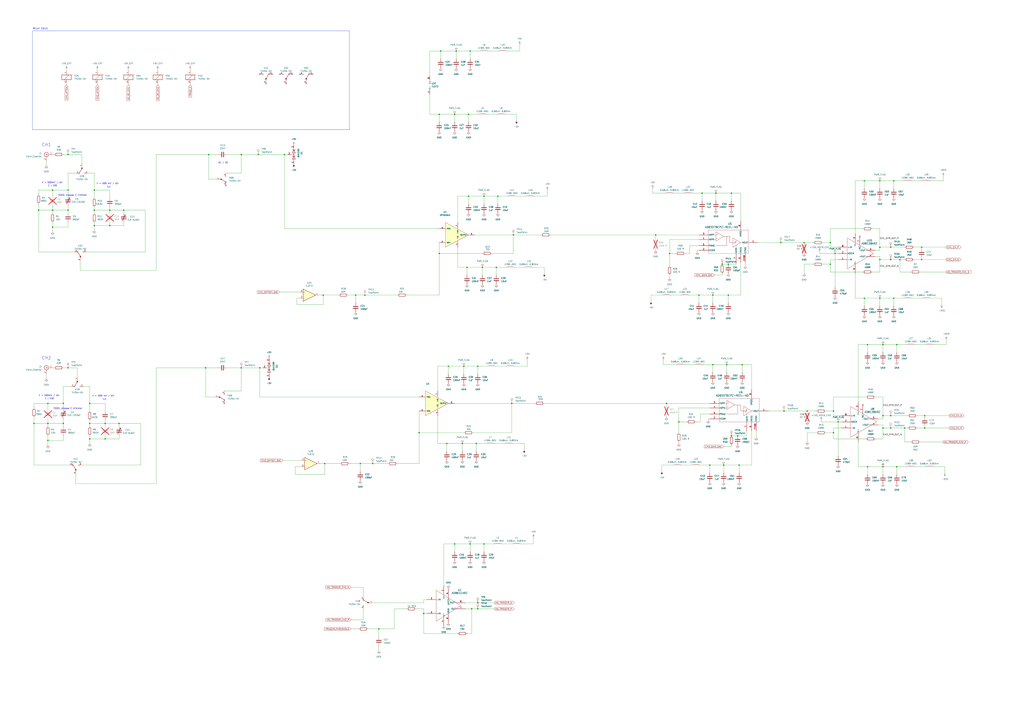
<source format=kicad_sch>
(kicad_sch (version 20250114) (generator "eeschema") (generator_version "9.0")
  (paper "A1")
  (rectangle (start 26.67 25.4) (end 287.02 106.68))
  (text "TODO: choose C trimmer " (at 56.134 335.788 0) (effects (font (size 1.27 1.27))))
  (text "1 : 100\n" (at 40.64 327.66 0) (effects (font (size 1.27 1.27))))
  (text "TODO: choose C trimmer " (at 59.944 160.528 0) (effects (font (size 1.27 1.27))))
  (text "V < 500 mV / div" (at 88.392 150.876 0) (effects (font (size 1.27 1.27))))
  (text "RELAY COILS" (at 33.02 23.622 0) (effects (font (size 1.27 1.27))))
  (text "V > 500mV / div" (at 42.926 150.114 0) (effects (font (size 1.27 1.27))))
  (text "1:1" (at 89.408 153.67 0) (effects (font (size 1.27 1.27))))
  (text "CH1\n" (at 38.1 119.126 0) (effects (font (size 2.54 2.54))))
  (text "V > 500mV / div" (at 40.386 325.12 0) (effects (font (size 1.27 1.27))))
  (text "1:1" (at 85.852 328.168 0) (effects (font (size 1.27 1.27))))
  (text "CH2\n" (at 38.1 294.386 0) (effects (font (size 2.54 2.54))))
  (text "V < 500 mV / div" (at 84.836 325.374 0) (effects (font (size 1.27 1.27))))
  (text "AC / DC" (at 183.388 133.858 0) (effects (font (size 1.27 1.27))))
  (text "1 : 100\n" (at 43.18 152.654 0) (effects (font (size 1.27 1.27))))
  (junction (at 734.06 148.59))
  (junction (at 759.46 351.79))
  (junction (at 734.06 245.11))
  (junction (at 299.72 242.57))
  (junction (at 392.43 495.3))
  (junction (at 688.34 346.71))
  (junction (at 361.95 41.91))
  (junction (at 86.36 360.68))
  (junction (at 731.52 213.36))
  (junction (at 391.16 364.49))
  (junction (at 73.66 331.47))
  (junction (at 43.18 172.72))
  (junction (at 386.08 447.04))
  (junction (at 736.6 283.21))
  (junction (at 557.53 346.71))
  (junction (at 55.88 127))
  (junction (at 384.81 161.29))
  (junction (at 198.12 127))
  (junction (at 368.3 300.99))
  (junction (at 722.63 213.36))
  (junction (at 171.45 127))
  (junction (at 681.99 199.39))
  (junction (at 381 300.99))
  (junction (at 97.79 347.98))
  (junction (at 43.18 156.21))
  (junction (at 306.07 381))
  (junction (at 387.35 500.38))
  (junction (at 600.71 358.14))
  (junction (at 725.17 283.21))
  (junction (at 233.68 127))
  (junction (at 685.8 208.28))
  (junction (at 712.47 383.54))
  (junction (at 684.53 337.82))
  (junction (at 709.93 148.59))
  (junction (at 212.09 127))
  (junction (at 600.71 158.75))
  (junction (at 86.36 347.98))
  (junction (at 759.46 341.63))
  (junction (at 643.89 337.82))
  (junction (at 712.47 283.21))
  (junction (at 292.1 242.57))
  (junction (at 55.88 172.72))
  (junction (at 386.08 41.91))
  (junction (at 31.75 172.72))
  (junction (at 722.63 245.11))
  (junction (at 725.17 383.54))
  (junction (at 397.51 161.29))
  (junction (at 39.37 347.98))
  (junction (at 392.43 500.38))
  (junction (at 585.47 299.72))
  (junction (at 27.94 347.98))
  (junction (at 373.38 93.98))
  (junction (at 736.6 383.54))
  (junction (at 213.36 302.26))
  (junction (at 725.17 341.63))
  (junction (at 547.37 331.47))
  (junction (at 756.92 203.2))
  (junction (at 266.7 381))
  (junction (at 407.67 219.71))
  (junction (at 725.17 351.79))
  (junction (at 360.68 208.28))
  (junction (at 344.17 355.6))
  (junction (at 397.51 447.04))
  (junction (at 367.03 364.49))
  (junction (at 594.36 382.27))
  (junction (at 722.63 203.2))
  (junction (at 605.79 358.14))
  (junction (at 392.43 300.99))
  (junction (at 660.4 199.39))
  (junction (at 420.37 331.47))
  (junction (at 43.18 186.69))
  (junction (at 731.52 341.63))
  (junction (at 574.04 242.57))
  (junction (at 347.98 504.19))
  (junction (at 582.93 382.27))
  (junction (at 374.65 41.91))
  (junction (at 90.17 172.72))
  (junction (at 684.53 355.6))
  (junction (at 383.54 219.71))
  (junction (at 681.99 217.17))
  (junction (at 588.01 158.75))
  (junction (at 596.9 299.72))
  (junction (at 101.6 172.72))
  (junction (at 77.47 185.42))
  (junction (at 538.48 193.04))
  (junction (at 73.66 347.98))
  (junction (at 709.93 245.11))
  (junction (at 609.6 299.72))
  (junction (at 585.47 242.57))
  (junction (at 198.12 302.26))
  (junction (at 731.52 351.79))
  (junction (at 396.24 219.71))
  (junction (at 39.37 361.95))
  (junction (at 641.35 199.39))
  (junction (at 39.37 331.47))
  (junction (at 295.91 381))
  (junction (at 52.07 347.98))
  (junction (at 731.52 203.2))
  (junction (at 73.66 360.68))
  (junction (at 598.17 242.57))
  (junction (at 576.58 158.75))
  (junction (at 408.94 161.29))
  (junction (at 739.14 213.36))
  (junction (at 593.09 217.17))
  (junction (at 77.47 172.72))
  (junction (at 756.92 213.36))
  (junction (at 549.91 208.28))
  (junction (at 373.38 447.04))
  (junction (at 55.88 156.21))
  (junction (at 384.81 93.98))
  (junction (at 265.43 242.57))
  (junction (at 311.15 516.89))
  (junction (at 379.73 364.49))
  (junction (at 52.07 331.47))
  (junction (at 722.63 148.59))
  (junction (at 168.91 302.26))
  (junction (at 90.17 185.42))
  (junction (at 360.68 93.98))
  (junction (at 421.64 193.04))
  (junction (at 598.17 217.17))
  (junction (at 77.47 156.21))
  (junction (at 742.95 351.79))
  (junction (at 662.94 337.82))
  (junction (at 607.06 382.27))
  (junction (at 55.88 302.26))
  (no_connect (at 246.38 60.96))
  (no_connect (at 708.66 332.74))
  (no_connect (at 213.36 60.96))
  (no_connect (at 256.54 60.96))
  (no_connect (at 240.03 60.96))
  (no_connect (at 234.95 68.58))
  (no_connect (at 218.44 68.58))
  (no_connect (at 184.15 331.47))
  (no_connect (at 185.42 152.4))
  (no_connect (at 706.12 194.31))
  (no_connect (at 223.52 60.96))
  (no_connect (at 251.46 68.58))
  (no_connect (at 229.87 60.96))
  (wire (pts (xy 184.15 321.31) (xy 198.12 321.31)))
  (wire (pts (xy 447.04 219.71) (xy 438.15 219.71)))
  (wire (pts (xy 756.92 148.59) (xy 749.3 148.59)))
  (wire (pts (xy 39.37 361.95) (xy 39.37 365.76)))
  (wire (pts (xy 73.66 347.98) (xy 86.36 347.98)))
  (wire (pts (xy 43.18 182.88) (xy 43.18 186.69)))
  (wire (pts (xy 734.06 148.59) (xy 722.63 148.59)))
  (wire (pts (xy 298.45 509.27) (xy 288.29 509.27)))
  (wire (pts (xy 360.68 199.39) (xy 360.68 208.28)))
  (wire (pts (xy 600.71 158.75) (xy 588.01 158.75)))
  (wire (pts (xy 574.04 242.57) (xy 585.47 242.57)))
  (wire (pts (xy 156.21 57.15) (xy 156.21 58.42)))
  (wire (pts (xy 381 300.99) (xy 381 307.34)))
  (wire (pts (xy 600.71 367.03) (xy 594.36 367.03)))
  (wire (pts (xy 421.64 208.28) (xy 421.64 193.04)))
  (wire (pts (xy 39.37 347.98) (xy 52.07 347.98)))
  (wire (pts (xy 557.53 364.49) (xy 557.53 363.22)))
  (wire (pts (xy 368.3 300.99) (xy 368.3 307.34)))
  (wire (pts (xy 347.98 492.76) (xy 347.98 495.3)))
  (wire (pts (xy 73.66 360.68) (xy 86.36 360.68)))
  (wire (pts (xy 560.07 382.27) (xy 567.69 382.27)))
  (wire (pts (xy 38.1 307.34) (xy 38.1 311.15)))
  (wire (pts (xy 334.01 242.57) (xy 360.68 242.57)))
  (wire (pts (xy 574.04 242.57) (xy 566.42 242.57)))
  (wire (pts (xy 105.41 57.15) (xy 105.41 58.42)))
  (wire (pts (xy 566.42 201.93) (xy 574.04 201.93)))
  (wire (pts (xy 266.7 381) (xy 279.4 381)))
  (wire (pts (xy 736.6 389.89) (xy 736.6 383.54)))
  (wire (pts (xy 702.31 245.11) (xy 709.93 245.11)))
  (wire (pts (xy 722.63 223.52) (xy 722.63 213.36)))
  (wire (pts (xy 773.43 250.19) (xy 773.43 245.11)))
  (wire (pts (xy 673.1 208.28) (xy 685.8 208.28)))
  (wire (pts (xy 392.43 300.99) (xy 400.05 300.99)))
  (wire (pts (xy 690.88 341.63) (xy 684.53 341.63)))
  (wire (pts (xy 375.92 161.29) (xy 375.92 182.88)))
  (wire (pts (xy 375.92 520.7) (xy 347.98 520.7)))
  (wire (pts (xy 426.72 41.91) (xy 426.72 36.83)))
  (wire (pts (xy 734.06 245.11) (xy 741.68 245.11)))
  (wire (pts (xy 97.79 347.98) (xy 97.79 350.52)))
  (wire (pts (xy 168.91 302.26) (xy 168.91 326.39)))
  (wire (pts (xy 66.04 222.25) (xy 128.27 222.25)))
  (wire (pts (xy 311.15 516.89) (xy 323.85 516.89)))
  (wire (pts (xy 397.51 447.04) (xy 386.08 447.04)))
  (wire (pts (xy 588.01 158.75) (xy 588.01 165.1)))
  (wire (pts (xy 60.96 207.01) (xy 31.75 207.01)))
  (wire (pts (xy 571.5 346.71) (xy 575.31 346.71)))
  (wire (pts (xy 311.15 534.67) (xy 311.15 530.86)))
  (wire (pts (xy 704.85 283.21) (xy 704.85 330.2)))
  (wire (pts (xy 734.06 148.59) (xy 741.68 148.59)))
  (wire (pts (xy 353.06 41.91) (xy 361.95 41.91)))
  (wire (pts (xy 39.37 361.95) (xy 52.07 361.95)))
  (wire (pts (xy 101.6 172.72) (xy 90.17 172.72)))
  (wire (pts (xy 326.39 381) (xy 344.17 381)))
  (wire (pts (xy 631.19 337.82) (xy 643.89 337.82)))
  (wire (pts (xy 662.94 355.6) (xy 670.56 355.6)))
  (wire (pts (xy 535.94 158.75) (xy 546.1 158.75)))
  (wire (pts (xy 447.04 224.79) (xy 447.04 219.71)))
  (wire (pts (xy 360.68 93.98) (xy 360.68 100.33)))
  (wire (pts (xy 198.12 302.26) (xy 213.36 302.26)))
  (wire (pts (xy 712.47 283.21) (xy 725.17 283.21)))
  (wire (pts (xy 684.53 360.68) (xy 684.53 355.6)))
  (wire (pts (xy 265.43 242.57) (xy 278.13 242.57)))
  (wire (pts (xy 77.47 185.42) (xy 90.17 185.42)))
  (wire (pts (xy 186.69 127) (xy 198.12 127)))
  (wire (pts (xy 731.52 203.2) (xy 742.95 203.2)))
  (wire (pts (xy 392.43 300.99) (xy 381 300.99)))
  (wire (pts (xy 756.92 213.36) (xy 756.92 212.09)))
  (wire (pts (xy 364.49 447.04) (xy 364.49 481.33)))
  (wire (pts (xy 585.47 299.72) (xy 596.9 299.72)))
  (wire (pts (xy 722.63 205.74) (xy 722.63 203.2)))
  (wire (pts (xy 299.72 242.57) (xy 326.39 242.57)))
  (wire (pts (xy 177.8 147.32) (xy 171.45 147.32)))
  (wire (pts (xy 52.07 361.95) (xy 52.07 358.14)))
  (wire (pts (xy 185.42 142.24) (xy 198.12 142.24)))
  (wire (pts (xy 617.22 354.33) (xy 617.22 382.27)))
  (wire (pts (xy 660.4 200.66) (xy 660.4 199.39)))
  (wire (pts (xy 581.66 344.17) (xy 581.66 345.44)))
  (wire (pts (xy 585.47 306.07) (xy 585.47 299.72)))
  (wire (pts (xy 387.35 520.7) (xy 387.35 500.38)))
  (wire (pts (xy 734.06 251.46) (xy 734.06 245.11)))
  (wire (pts (xy 90.17 182.88) (xy 90.17 185.42)))
  (wire (pts (xy 55.88 127) (xy 52.07 127)))
  (wire (pts (xy 643.89 337.82) (xy 662.94 337.82)))
  (wire (pts (xy 62.23 389.89) (xy 62.23 397.51)))
  (wire (pts (xy 598.17 242.57) (xy 608.33 242.57)))
  (wire (pts (xy 621.03 354.33) (xy 621.03 359.41)))
  (wire (pts (xy 681.99 223.52) (xy 681.99 217.17)))
  (wire (pts (xy 673.1 207.01) (xy 673.1 208.28)))
  (wire (pts (xy 543.56 382.27) (xy 552.45 382.27)))
  (wire (pts (xy 262.89 381) (xy 266.7 381)))
  (wire (pts (xy 433.07 300.99) (xy 433.07 295.91)))
  (wire (pts (xy 129.54 57.15) (xy 129.54 58.42)))
  (wire (pts (xy 292.1 248.92) (xy 292.1 242.57)))
  (wire (pts (xy 622.3 199.39) (xy 641.35 199.39)))
  (wire (pts (xy 86.36 331.47) (xy 73.66 331.47)))
  (wire (pts (xy 391.16 364.49) (xy 379.73 364.49)))
  (wire (pts (xy 424.18 93.98) (xy 415.29 93.98)))
  (wire (pts (xy 731.52 341.63) (xy 745.49 341.63)))
  (wire (pts (xy 574.04 196.85) (xy 549.91 196.85)))
  (wire (pts (xy 128.27 302.26) (xy 168.91 302.26)))
  (wire (pts (xy 725.17 283.21) (xy 725.17 289.56)))
  (wire (pts (xy 397.51 161.29) (xy 397.51 167.64)))
  (wire (pts (xy 408.94 161.29) (xy 416.56 161.29)))
  (wire (pts (xy 115.57 382.27) (xy 115.57 347.98)))
  (wire (pts (xy 681.99 217.17) (xy 675.64 217.17)))
  (wire (pts (xy 384.81 161.29) (xy 384.81 167.64)))
  (wire (pts (xy 662.94 355.6) (xy 662.94 363.22)))
  (wire (pts (xy 704.85 383.54) (xy 712.47 383.54)))
  (wire (pts (xy 742.95 363.22) (xy 742.95 351.79)))
  (wire (pts (xy 353.06 93.98) (xy 360.68 93.98)))
  (wire (pts (xy 55.88 186.69) (xy 55.88 182.88)))
  (wire (pts (xy 43.18 172.72) (xy 43.18 175.26)))
  (wire (pts (xy 736.6 283.21) (xy 725.17 283.21)))
  (wire (pts (xy 229.87 240.03) (xy 246.38 240.03)))
  (wire (pts (xy 265.43 250.19) (xy 243.84 250.19)))
  (wire (pts (xy 574.04 248.92) (xy 574.04 242.57)))
  (wire (pts (xy 742.95 351.79) (xy 745.49 351.79)))
  (wire (pts (xy 725.17 344.17) (xy 725.17 341.63)))
  (wire (pts (xy 722.63 245.11) (xy 722.63 251.46)))
  (wire (pts (xy 55.88 302.26) (xy 52.07 302.26)))
  (wire (pts (xy 403.86 208.28) (xy 421.64 208.28)))
  (wire (pts (xy 593.09 226.06) (xy 586.74 226.06)))
  (wire (pts (xy 52.07 317.5) (xy 52.07 331.47)))
  (wire (pts (xy 684.53 341.63) (xy 684.53 337.82)))
  (wire (pts (xy 373.38 447.04) (xy 386.08 447.04)))
  (wire (pts (xy 452.12 193.04) (xy 538.48 193.04)))
  (wire (pts (xy 582.93 382.27) (xy 575.31 382.27)))
  (wire (pts (xy 186.69 302.26) (xy 198.12 302.26)))
  (wire (pts (xy 641.35 199.39) (xy 660.4 199.39)))
  (wire (pts (xy 63.5 302.26) (xy 55.88 302.26)))
  (wire (pts (xy 582.93 335.28) (xy 557.53 335.28)))
  (wire (pts (xy 392.43 307.34) (xy 392.43 300.99)))
  (wire (pts (xy 755.65 363.22) (xy 774.7 363.22)))
  (wire (pts (xy 549.91 228.6) (xy 549.91 226.06)))
  (wire (pts (xy 756.92 213.36) (xy 777.24 213.36)))
  (wire (pts (xy 364.49 447.04) (xy 373.38 447.04)))
  (wire (pts (xy 543.56 387.35) (xy 543.56 382.27)))
  (wire (pts (xy 359.41 341.63) (xy 359.41 364.49)))
  (wire (pts (xy 407.67 226.06) (xy 407.67 219.71)))
  (wire (pts (xy 608.33 215.9) (xy 608.33 242.57)))
  (wire (pts (xy 391.16 364.49) (xy 398.78 364.49)))
  (wire (pts (xy 582.93 388.62) (xy 582.93 382.27)))
  (wire (pts (xy 662.94 339.09) (xy 662.94 337.82)))
  (wire (pts (xy 31.75 167.64) (xy 31.75 172.72)))
  (wire (pts (xy 722.63 213.36) (xy 731.52 213.36)))
  (wire (pts (xy 382.27 495.3) (xy 392.43 495.3)))
  (wire (pts (xy 739.14 213.36) (xy 742.95 213.36)))
  (wire (pts (xy 674.37 346.71) (xy 674.37 345.44)))
  (wire (pts (xy 406.4 500.38) (xy 392.43 500.38)))
  (wire (pts (xy 55.88 168.91) (xy 55.88 172.72)))
  (wire (pts (xy 361.95 41.91) (xy 361.95 48.26)))
  (wire (pts (xy 600.71 358.14) (xy 605.79 358.14)))
  (wire (pts (xy 547.37 331.47) (xy 582.93 331.47)))
  (wire (pts (xy 386.08 447.04) (xy 386.08 453.39)))
  (wire (pts (xy 323.85 516.89) (xy 323.85 500.38)))
  (wire (pts (xy 534.67 247.65) (xy 534.67 242.57)))
  (wire (pts (xy 576.58 158.75) (xy 568.96 158.75)))
  (wire (pts (xy 709.93 148.59) (xy 722.63 148.59)))
  (wire (pts (xy 389.89 193.04) (xy 421.64 193.04)))
  (wire (pts (xy 731.52 213.36) (xy 739.14 213.36)))
  (wire (pts (xy 759.46 351.79) (xy 759.46 350.52)))
  (wire (pts (xy 119.38 207.01) (xy 119.38 172.72)))
  (wire (pts (xy 660.4 199.39) (xy 668.02 199.39)))
  (wire (pts (xy 681.99 187.96) (xy 681.99 199.39)))
  (wire (pts (xy 62.23 142.24) (xy 55.88 142.24)))
  (wire (pts (xy 722.63 203.2) (xy 731.52 203.2)))
  (wire (pts (xy 27.94 331.47) (xy 39.37 331.47)))
  (wire (pts (xy 261.62 242.57) (xy 265.43 242.57)))
  (wire (pts (xy 600.71 365.76) (xy 600.71 367.03)))
  (wire (pts (xy 756.92 203.2) (xy 756.92 204.47)))
  (wire (pts (xy 306.07 495.3) (xy 347.98 495.3)))
  (wire (pts (xy 266.7 389.89) (xy 266.7 381)))
  (wire (pts (xy 424.18 99.06) (xy 424.18 93.98)))
  (wire (pts (xy 420.37 355.6) (xy 420.37 331.47)))
  (wire (pts (xy 718.82 210.82) (xy 722.63 210.82)))
  (wire (pts (xy 361.95 41.91) (xy 374.65 41.91)))
  (wire (pts (xy 775.97 383.54) (xy 767.08 383.54)))
  (wire (pts (xy 27.94 347.98) (xy 39.37 347.98)))
  (wire (pts (xy 156.21 69.85) (xy 156.21 68.58)))
  (wire (pts (xy 344.17 355.6) (xy 381 355.6)))
  (wire (pts (xy 383.54 219.71) (xy 383.54 226.06)))
  (wire (pts (xy 311.15 516.89) (xy 311.15 523.24)))
  (wire (pts (xy 662.94 337.82) (xy 670.56 337.82)))
  (wire (pts (xy 86.36 337.82) (xy 86.36 331.47)))
  (wire (pts (xy 68.58 317.5) (xy 73.66 317.5)))
  (wire (pts (xy 415.29 300.99) (xy 407.67 300.99)))
  (wire (pts (xy 716.28 187.96) (xy 722.63 187.96)))
  (wire (pts (xy 86.36 358.14) (xy 86.36 360.68)))
  (wire (pts (xy 430.53 369.57) (xy 430.53 364.49)))
  (wire (pts (xy 373.38 93.98) (xy 373.38 100.33)))
  (wire (pts (xy 52.07 347.98) (xy 52.07 350.52)))
  (wire (pts (xy 549.91 208.28) (xy 549.91 218.44)))
  (wire (pts (xy 685.8 208.28) (xy 688.34 208.28)))
  (wire (pts (xy 73.66 360.68) (xy 73.66 364.49)))
  (wire (pts (xy 368.3 300.99) (xy 381 300.99)))
  (wire (pts (xy 63.5 309.88) (xy 63.5 302.26)))
  (wire (pts (xy 77.47 142.24) (xy 77.47 156.21)))
  (wire (pts (xy 374.65 41.91) (xy 374.65 48.26)))
  (wire (pts (xy 594.36 382.27) (xy 594.36 388.62)))
  (wire (pts (xy 386.08 48.26) (xy 386.08 41.91)))
  (wire (pts (xy 684.53 326.39) (xy 684.53 337.82)))
  (wire (pts (xy 38.1 132.08) (xy 38.1 135.89)))
  (wire (pts (xy 600.71 158.75) (xy 600.71 165.1)))
  (wire (pts (xy 86.36 347.98) (xy 86.36 350.52)))
  (wire (pts (xy 39.37 331.47) (xy 52.07 331.47)))
  (wire (pts (xy 233.68 187.96) (xy 360.68 187.96)))
  (wire (pts (xy 213.36 326.39) (xy 344.17 326.39)))
  (wire (pts (xy 759.46 351.79) (xy 779.78 351.79)))
  (wire (pts (xy 604.52 217.17) (xy 604.52 215.9)))
  (wire (pts (xy 73.66 345.44) (xy 73.66 347.98)))
  (wire (pts (xy 101.6 172.72) (xy 101.6 175.26)))
  (wire (pts (xy 549.91 196.85) (xy 549.91 208.28)))
  (wire (pts (xy 373.38 447.04) (xy 373.38 453.39)))
  (wire (pts (xy 725.17 360.68) (xy 725.17 351.79)))
  (wire (pts (xy 86.36 345.44) (xy 86.36 347.98)))
  (wire (pts (xy 725.17 326.39) (xy 725.17 341.63)))
  (wire (pts (xy 722.63 148.59) (xy 722.63 154.94)))
  (wire (pts (xy 438.15 447.04) (xy 438.15 441.96)))
  (wire (pts (xy 547.37 342.9) (xy 547.37 341.63)))
  (wire (pts (xy 709.93 245.11) (xy 709.93 251.46)))
  (wire (pts (xy 213.36 302.26) (xy 213.36 326.39)))
  (wire (pts (xy 97.79 347.98) (xy 86.36 347.98)))
  (wire (pts (xy 725.17 349.25) (xy 725.17 351.79)))
  (wire (pts (xy 711.2 360.68) (xy 684.53 360.68)))
  (wire (pts (xy 773.43 245.11) (xy 764.54 245.11)))
  (wire (pts (xy 243.84 245.11) (xy 246.38 245.11)))
  (wire (pts (xy 39.37 344.17) (xy 39.37 347.98)))
  (wire (pts (xy 367.03 364.49) (xy 379.73 364.49)))
  (wire (pts (xy 721.36 344.17) (xy 725.17 344.17)))
  (wire (pts (xy 101.6 172.72) (xy 119.38 172.72)))
  (wire (pts (xy 755.65 223.52) (xy 777.24 223.52)))
  (wire (pts (xy 708.66 187.96) (xy 681.99 187.96)))
  (wire (pts (xy 43.18 302.26) (xy 44.45 302.26)))
  (wire (pts (xy 660.4 217.17) (xy 660.4 224.79)))
  (wire (pts (xy 77.47 172.72) (xy 90.17 172.72)))
  (wire (pts (xy 90.17 172.72) (xy 90.17 175.26)))
  (wire (pts (xy 384.81 161.29) (xy 397.51 161.29)))
  (wire (pts (xy 129.54 69.85) (xy 129.54 68.58)))
  (wire (pts (xy 31.75 156.21) (xy 31.75 160.02)))
  (wire (pts (xy 554.99 208.28) (xy 549.91 208.28)))
  (wire (pts (xy 213.36 302.26) (xy 215.9 302.26)))
  (wire (pts (xy 43.18 172.72) (xy 55.88 172.72)))
  (wire (pts (xy 708.66 223.52) (xy 681.99 223.52)))
  (wire (pts (xy 553.72 158.75) (xy 561.34 158.75)))
  (wire (pts (xy 52.07 344.17) (xy 52.07 347.98)))
  (wire (pts (xy 90.17 162.56) (xy 90.17 156.21)))
  (wire (pts (xy 168.91 326.39) (xy 176.53 326.39)))
  (wire (pts (xy 407.67 219.71) (xy 415.29 219.71)))
  (wire (pts (xy 725.17 351.79) (xy 731.52 351.79)))
  (wire (pts (xy 52.07 331.47) (xy 52.07 336.55)))
  (wire (pts (xy 712.47 383.54) (xy 725.17 383.54)))
  (wire (pts (xy 39.37 331.47) (xy 39.37 336.55)))
  (wire (pts (xy 43.18 156.21) (xy 43.18 161.29)))
  (wire (pts (xy 430.53 219.71) (xy 422.91 219.71)))
  (wire (pts (xy 408.94 167.64) (xy 408.94 161.29)))
  (wire (pts (xy 775.97 388.62) (xy 775.97 383.54)))
  (wire (pts (xy 709.93 148.59) (xy 709.93 154.94)))
  (wire (pts (xy 739.14 223.52) (xy 739.14 213.36)))
  (wire (pts (xy 347.98 504.19) (xy 347.98 500.38)))
  (wire (pts (xy 704.85 283.21) (xy 712.47 283.21)))
  (wire (pts (xy 684.53 351.79) (xy 684.53 355.6)))
  (wire (pts (xy 736.6 289.56) (xy 736.6 283.21)))
  (wire (pts (xy 54.61 58.42) (xy 54.61 57.15)))
  (wire (pts (xy 27.94 342.9) (xy 27.94 347.98)))
  (wire (pts (xy 734.06 245.11) (xy 722.63 245.11)))
  (wire (pts (xy 27.94 347.98) (xy 27.94 382.27)))
  (wire (pts (xy 77.47 170.18) (xy 77.47 172.72)))
  (wire (pts (xy 607.06 382.27) (xy 617.22 382.27)))
  (wire (pts (xy 712.47 383.54) (xy 712.47 389.89)))
  (wire (pts (xy 128.27 397.51) (xy 128.27 302.26)))
  (wire (pts (xy 576.58 158.75) (xy 588.01 158.75)))
  (wire (pts (xy 80.01 57.15) (xy 80.01 58.42)))
  (wire (pts (xy 232.41 378.46) (xy 247.65 378.46)))
  (wire (pts (xy 353.06 77.47) (xy 353.06 93.98)))
  (wire (pts (xy 759.46 341.63) (xy 779.78 341.63)))
  (wire (pts (xy 585.47 242.57) (xy 585.47 248.92)))
  (wire (pts (xy 360.68 208.28) (xy 360.68 242.57)))
  (wire (pts (xy 582.93 382.27) (xy 594.36 382.27)))
  (wire (pts (xy 375.92 161.29) (xy 384.81 161.29)))
  (wire (pts (xy 397.51 453.39) (xy 397.51 447.04)))
  (wire (pts (xy 347.98 520.7) (xy 347.98 504.19)))
  (wire (pts (xy 722.63 210.82) (xy 722.63 213.36)))
  (wire (pts (xy 43.18 156.21) (xy 55.88 156.21)))
  (wire (pts (xy 585.47 299.72) (xy 577.85 299.72)))
  (wire (pts (xy 718.82 360.68) (xy 725.17 360.68)))
  (wire (pts (xy 725.17 383.54) (xy 725.17 389.89)))
  (wire (pts (xy 31.75 156.21) (xy 43.18 156.21)))
  (wire (pts (xy 86.36 360.68) (xy 97.79 360.68)))
  (wire (pts (xy 777.24 283.21) (xy 767.08 283.21)))
  (wire (pts (xy 572.77 205.74) (xy 574.04 205.74)))
  (wire (pts (xy 298.45 500.38) (xy 298.45 509.27)))
  (wire (pts (xy 702.31 148.59) (xy 709.93 148.59)))
  (wire (pts (xy 242.57 389.89) (xy 266.7 389.89)))
  (wire (pts (xy 243.84 250.19) (xy 243.84 245.11)))
  (wire (pts (xy 557.53 335.28) (xy 557.53 346.71)))
  (wire (pts (xy 73.66 347.98) (xy 73.66 350.52)))
  (wire (pts (xy 575.31 340.36) (xy 582.93 340.36)))
  (wire (pts (xy 420.37 447.04) (xy 412.75 447.04)))
  (wire (pts (xy 681.99 213.36) (xy 681.99 217.17)))
  (wire (pts (xy 375.92 203.2) (xy 375.92 219.71)))
  (wire (pts (xy 684.53 355.6) (xy 678.18 355.6)))
  (wire (pts (xy 756.92 203.2) (xy 750.57 203.2)))
  (wire (pts (xy 384.81 93.98) (xy 373.38 93.98)))
  (wire (pts (xy 359.41 300.99) (xy 368.3 300.99)))
  (wire (pts (xy 722.63 187.96) (xy 722.63 203.2)))
  (wire (pts (xy 534.67 242.57) (xy 543.56 242.57)))
  (wire (pts (xy 233.68 127) (xy 212.09 127)))
  (wire (pts (xy 77.47 156.21) (xy 77.47 162.56)))
  (wire (pts (xy 384.81 93.98) (xy 392.43 93.98)))
  (wire (pts (xy 607.06 382.27) (xy 594.36 382.27)))
  (wire (pts (xy 774.7 148.59) (xy 764.54 148.59)))
  (wire (pts (xy 31.75 172.72) (xy 43.18 172.72)))
  (wire (pts (xy 72.39 142.24) (xy 77.47 142.24)))
  (wire (pts (xy 43.18 168.91) (xy 43.18 172.72)))
  (wire (pts (xy 718.82 326.39) (xy 725.17 326.39)))
  (wire (pts (xy 66.04 214.63) (xy 66.04 222.25)))
  (wire (pts (xy 439.42 161.29) (xy 449.58 161.29)))
  (wire (pts (xy 538.48 205.74) (xy 538.48 204.47)))
  (wire (pts (xy 347.98 504.19) (xy 350.52 504.19)))
  (wire (pts (xy 759.46 341.63) (xy 759.46 342.9)))
  (wire (pts (xy 408.94 41.91) (xy 401.32 41.91)))
  (wire (pts (xy 323.85 500.38) (xy 334.01 500.38)))
  (wire (pts (xy 388.62 355.6) (xy 420.37 355.6)))
  (wire (pts (xy 447.04 331.47) (xy 547.37 331.47)))
  (wire (pts (xy 427.99 447.04) (xy 438.15 447.04)))
  (wire (pts (xy 759.46 341.63) (xy 753.11 341.63)))
  (wire (pts (xy 753.11 351.79) (xy 759.46 351.79)))
  (wire (pts (xy 31.75 172.72) (xy 31.75 207.01)))
  (wire (pts (xy 55.88 142.24) (xy 55.88 156.21)))
  (wire (pts (xy 538.48 193.04) (xy 574.04 193.04)))
  (wire (pts (xy 608.33 158.75) (xy 600.71 158.75)))
  (wire (pts (xy 684.53 337.82) (xy 678.18 337.82)))
  (wire (pts (xy 688.34 213.36) (xy 681.99 213.36)))
  (wire (pts (xy 43.18 186.69) (xy 43.18 190.5)))
  (wire (pts (xy 563.88 346.71) (xy 557.53 346.71)))
  (wire (pts (xy 430.53 364.49) (xy 421.64 364.49)))
  (wire (pts (xy 718.82 205.74) (xy 722.63 205.74)))
  (wire (pts (xy 593.09 217.17) (xy 598.17 217.17)))
  (wire (pts (xy 247.65 383.54) (xy 242.57 383.54)))
  (wire (pts (xy 198.12 127) (xy 212.09 127)))
  (wire (pts (xy 617.22 299.72) (xy 617.22 320.04)))
  (wire (pts (xy 759.46 283.21) (xy 751.84 283.21)))
  (wire (pts (xy 756.92 245.11) (xy 749.3 245.11)))
  (wire (pts (xy 80.01 69.85) (xy 80.01 68.58)))
  (wire (pts (xy 431.8 161.29) (xy 424.18 161.29)))
  (wire (pts (xy 681.99 203.2) (xy 681.99 199.39)))
  (wire (pts (xy 90.17 156.21) (xy 77.47 156.21)))
  (wire (pts (xy 55.88 156.21) (xy 55.88 161.29)))
  (wire (pts (xy 759.46 383.54) (xy 751.84 383.54)))
  (wire (pts (xy 105.41 69.85) (xy 105.41 68.58)))
  (wire (pts (xy 721.36 349.25) (xy 725.17 349.25)))
  (wire (pts (xy 736.6 383.54) (xy 725.17 383.54)))
  (wire (pts (xy 67.31 127) (xy 55.88 127)))
  (wire (pts (xy 736.6 283.21) (xy 744.22 283.21)))
  (wire (pts (xy 97.79 347.98) (xy 115.57 347.98)))
  (wire (pts (xy 367.03 364.49) (xy 367.03 370.84)))
  (wire (pts (xy 538.48 196.85) (xy 538.48 193.04)))
  (wire (pts (xy 233.68 127) (xy 236.22 127)))
  (wire (pts (xy 344.17 337.82) (xy 344.17 355.6)))
  (wire (pts (xy 702.31 148.59) (xy 702.31 191.77)))
  (wire (pts (xy 344.17 355.6) (xy 344.17 381)))
  (wire (pts (xy 318.77 381) (xy 306.07 381)))
  (wire (pts (xy 341.63 500.38) (xy 347.98 500.38)))
  (wire (pts (xy 90.17 185.42) (xy 101.6 185.42)))
  (wire (pts (xy 295.91 387.35) (xy 295.91 381)))
  (wire (pts (xy 379.73 364.49) (xy 379.73 370.84)))
  (wire (pts (xy 397.51 447.04) (xy 405.13 447.04)))
  (wire (pts (xy 690.88 351.79) (xy 684.53 351.79)))
  (wire (pts (xy 287.02 381) (xy 295.91 381)))
  (wire (pts (xy 391.16 370.84) (xy 391.16 364.49)))
  (wire (pts (xy 547.37 331.47) (xy 547.37 334.01)))
  (wire (pts (xy 73.66 317.5) (xy 73.66 331.47)))
  (wire (pts (xy 360.68 208.28) (xy 396.24 208.28)))
  (wire (pts (xy 777.24 279.4) (xy 777.24 283.21)))
  (wire (pts (xy 77.47 172.72) (xy 77.47 175.26)))
  (wire (pts (xy 681.99 199.39) (xy 675.64 199.39)))
  (wire (pts (xy 295.91 381) (xy 306.07 381)))
  (wire (pts (xy 596.9 299.72) (xy 596.9 306.07)))
  (wire (pts (xy 422.91 300.99) (xy 433.07 300.99)))
  (wire (pts (xy 716.28 223.52) (xy 722.63 223.52)))
  (wire (pts (xy 73.66 358.14) (xy 73.66 360.68)))
  (wire (pts (xy 566.42 208.28) (xy 566.42 201.93)))
  (wire (pts (xy 77.47 182.88) (xy 77.47 185.42)))
  (wire (pts (xy 392.43 495.3) (xy 406.4 495.3)))
  (wire (pts (xy 725.17 341.63) (xy 731.52 341.63)))
  (wire (pts (xy 168.91 302.26) (xy 179.07 302.26)))
  (wire (pts (xy 736.6 383.54) (xy 744.22 383.54)))
  (wire (pts (xy 71.12 207.01) (xy 119.38 207.01)))
  (wire (pts (xy 39.37 358.14) (xy 39.37 361.95)))
  (wire (pts (xy 617.22 299.72) (xy 609.6 299.72)))
  (wire (pts (xy 674.37 346.71) (xy 688.34 346.71)))
  (wire (pts (xy 598.17 242.57) (xy 598.17 248.92)))
  (wire (pts (xy 97.79 358.14) (xy 97.79 360.68)))
  (wire (pts (xy 27.94 331.47) (xy 27.94 335.28)))
  (wire (pts (xy 392.43 500.38) (xy 387.35 500.38)))
  (wire (pts (xy 449.58 161.29) (xy 449.58 156.21)))
  (wire (pts (xy 101.6 182.88) (xy 101.6 185.42)))
  (wire (pts (xy 605.79 358.14) (xy 613.41 358.14)))
  (wire (pts (xy 608.33 158.75) (xy 608.33 181.61)))
  (wire (pts (xy 298.45 490.22) (xy 298.45 482.6)))
  (wire (pts (xy 756.92 203.2) (xy 777.24 203.2)))
  (wire (pts (xy 609.6 299.72) (xy 596.9 299.72)))
  (wire (pts (xy 414.02 364.49) (xy 406.4 364.49)))
  (wire (pts (xy 302.26 516.89) (xy 311.15 516.89)))
  (wire (pts (xy 607.06 382.27) (xy 607.06 388.62)))
  (wire (pts (xy 383.54 219.71) (xy 396.24 219.71)))
  (wire (pts (xy 685.8 208.28) (xy 685.8 236.22)))
  (wire (pts (xy 198.12 142.24) (xy 198.12 127)))
  (wire (pts (xy 360.68 93.98) (xy 373.38 93.98)))
  (wire (pts (xy 660.4 217.17) (xy 668.02 217.17)))
  (wire (pts (xy 73.66 331.47) (xy 73.66 337.82)))
  (wire (pts (xy 420.37 331.47) (xy 439.42 331.47)))
  (wire (pts (xy 407.67 219.71) (xy 396.24 219.71)))
  (wire (pts (xy 67.31 134.62) (xy 67.31 127)))
  (wire (pts (xy 576.58 165.1) (xy 576.58 158.75)))
  (wire (pts (xy 407.67 93.98) (xy 400.05 93.98)))
  (wire (pts (xy 562.61 299.72) (xy 570.23 299.72)))
  (wire (pts (xy 359.41 364.49) (xy 367.03 364.49)))
  (wire (pts (xy 359.41 300.99) (xy 359.41 321.31)))
  (wire (pts (xy 612.14 215.9) (xy 612.14 218.44)))
  (wire (pts (xy 54.61 69.85) (xy 54.61 68.58)))
  (wire (pts (xy 593.09 224.79) (xy 593.09 226.06)))
  (wire (pts (xy 242.57 383.54) (xy 242.57 389.89)))
  (wire (pts (xy 128.27 127) (xy 171.45 127)))
  (wire (pts (xy 704.85 363.22) (xy 704.85 383.54)))
  (wire (pts (xy 557.53 346.71) (xy 557.53 355.6)))
  (wire (pts (xy 396.24 219.71) (xy 396.24 226.06)))
  (wire (pts (xy 128.27 127) (xy 128.27 222.25)))
  (wire (pts (xy 62.23 397.51) (xy 128.27 397.51)))
  (wire (pts (xy 702.31 224.79) (xy 702.31 245.11)))
  (wire (pts (xy 347.98 492.76) (xy 350.52 492.76)))
  (wire (pts (xy 544.83 295.91) (xy 544.83 299.72)))
  (wire (pts (xy 535.94 154.94) (xy 535.94 158.75)))
  (wire (pts (xy 544.83 299.72) (xy 554.99 299.72)))
  (wire (pts (xy 39.37 347.98) (xy 39.37 350.52)))
  (wire (pts (xy 748.03 363.22) (xy 742.95 363.22)))
  (wire (pts (xy 688.34 346.71) (xy 690.88 346.71)))
  (wire (pts (xy 265.43 242.57) (xy 265.43 250.19)))
  (wire (pts (xy 384.81 100.33) (xy 384.81 93.98)))
  (wire (pts (xy 353.06 41.91) (xy 353.06 62.23)))
  (wire (pts (xy 90.17 170.18) (xy 90.17 172.72)))
  (wire (pts (xy 77.47 185.42) (xy 77.47 189.23)))
  (wire (pts (xy 55.88 172.72) (xy 55.88 175.26)))
  (wire (pts (xy 67.31 382.27) (xy 115.57 382.27)))
  (wire (pts (xy 58.42 317.5) (xy 52.07 317.5)))
  (wire (pts (xy 709.93 245.11) (xy 722.63 245.11)))
  (wire (pts (xy 712.47 283.21) (xy 712.47 289.56)))
  (wire (pts (xy 233.68 127) (xy 233.68 187.96)))
  (wire (pts (xy 171.45 127) (xy 179.07 127)))
  (wire (pts (xy 750.57 213.36) (xy 756.92 213.36)))
  (wire (pts (xy 386.08 41.91) (xy 393.7 41.91)))
  (wire (pts (xy 551.18 242.57) (xy 558.8 242.57)))
  (wire (pts (xy 575.31 346.71) (xy 575.31 340.36)))
  (wire (pts (xy 43.18 127) (xy 44.45 127)))
  (wire (pts (xy 598.17 217.17) (xy 604.52 217.17)))
  (wire (pts (xy 285.75 242.57) (xy 292.1 242.57)))
  (wire (pts (xy 598.17 242.57) (xy 585.47 242.57)))
  (wire (pts (xy 198.12 321.31) (xy 198.12 302.26)))
  (wire (pts (xy 373.38 331.47) (xy 420.37 331.47)))
  (wire (pts (xy 57.15 382.27) (xy 27.94 382.27)))
  (wire (pts (xy 774.7 144.78) (xy 774.7 148.59)))
  (wire (pts (xy 386.08 41.91) (xy 374.65 41.91)))
  (wire (pts (xy 731.52 351.79) (xy 742.95 351.79)))
  (wire (pts (xy 572.77 205.74) (xy 572.77 207.01)))
  (wire (pts (xy 43.18 186.69) (xy 55.88 186.69)))
  (wire (pts (xy 416.56 41.91) (xy 426.72 41.91)))
  (wire (pts (xy 288.29 516.89) (xy 294.64 516.89)))
  (wire (pts (xy 408.94 161.29) (xy 397.51 161.29)))
  (wire (pts (xy 748.03 223.52) (xy 739.14 223.52)))
  (wire (pts (xy 421.64 193.04) (xy 444.5 193.04)))
  (wire (pts (xy 298.45 482.6) (xy 288.29 482.6)))
  (wire (pts (xy 581.66 344.17) (xy 582.93 344.17)))
  (wire (pts (xy 711.2 326.39) (xy 684.53 326.39)))
  (wire (pts (xy 375.92 219.71) (xy 383.54 219.71)))
  (wire (pts (xy 171.45 127) (xy 171.45 147.32)))
  (wire (pts (xy 609.6 299.72) (xy 609.6 306.07)))
  (wire (pts (xy 292.1 242.57) (xy 299.72 242.57)))
  (wire (pts (xy 382.27 500.38) (xy 387.35 500.38)))
  (wire (pts (xy 613.41 354.33) (xy 613.41 358.14)))
  (wire (pts (xy 562.61 208.28) (xy 566.42 208.28)))
  (wire (pts (xy 383.54 520.7) (xy 387.35 520.7)))
  (wire (pts (xy 734.06 154.94) (xy 734.06 148.59)))
  (wire (pts (xy 688.34 203.2) (xy 681.99 203.2)))
  (wire (pts (xy 688.34 346.71) (xy 688.34 374.65)))
  (label "CH1_SYM_OUT_N" (at 722.63 219.71 0))
  (label "CH2_SYM_OUT_N" (at 725.17 358.14 0))
  (label "CH2_SYM_OUT_P" (at 725.17 334.01 0))
  (label "CH1_SYM_OUT_P" (at 722.63 196.85 0))
  (global_label "AN_TRIGGER_N" (shape output) (at 406.4 495.3 0) (property "Intersheetrefs" "${INTERSHEET_REFS}" (effects (hide yes))))
  (global_label "AN_TRIGGER_P" (shape output) (at 406.4 500.38 0) (property "Intersheetrefs" "${INTERSHEET_REFS}" (effects (hide yes))))
  (global_label "CH2_GAIN_DAC" (shape input) (at 594.36 367.03 180) (property "Intersheetrefs" "${INTERSHEET_REFS}" (effects (hide yes))))
  (global_label "AN_TRIGGER_CH1_N" (shape input) (at 288.29 482.6 180) (property "Intersheetrefs" "${INTERSHEET_REFS}" (effects (hide yes))))
  (global_label "CH2_CH_N" (shape output) (at 779.78 341.63 0) (property "Intersheetrefs" "${INTERSHEET_REFS}" (effects (hide yes))))
  (global_label "AN_TRIGGER_CH1_N" (shape output) (at 777.24 223.52 0) (property "Intersheetrefs" "${INTERSHEET_REFS}" (effects (hide yes))))
  (global_label "CH1_CH_P" (shape output) (at 777.24 203.2 0) (property "Intersheetrefs" "${INTERSHEET_REFS}" (effects (hide yes))))
  (global_label "CH2_CH_P" (shape output) (at 779.78 351.79 0) (property "Intersheetrefs" "${INTERSHEET_REFS}" (effects (hide yes))))
  (global_label "CH1_OFFSET_DAC" (shape input) (at 229.87 240.03 180) (property "Intersheetrefs" "${INTERSHEET_REFS}" (effects (hide yes))))
  (global_label "TRIGG_2" (shape input) (at 156.21 69.85 270) (property "Intersheetrefs" "${INTERSHEET_REFS}" (effects (hide yes))))
  (global_label "TRIGGER_THRESHOLD" (shape input) (at 288.29 516.89 180) (property "Intersheetrefs" "${INTERSHEET_REFS}" (effects (hide yes))))
  (global_label "AN_TRIGGER_CH2_P" (shape output) (at 774.7 363.22 0) (property "Intersheetrefs" "${INTERSHEET_REFS}" (effects (hide yes))))
  (global_label "AC_DC_CH2" (shape input) (at 129.54 69.85 270) (property "Intersheetrefs" "${INTERSHEET_REFS}" (effects (hide yes))))
  (global_label "AN_TRIGGER_CH2_P" (shape input) (at 288.29 509.27 180) (property "Intersheetrefs" "${INTERSHEET_REFS}" (effects (hide yes))))
  (global_label "CH1_CH_N" (shape output) (at 777.24 213.36 0) (property "Intersheetrefs" "${INTERSHEET_REFS}" (effects (hide yes))))
  (global_label "AC_DC_CH1" (shape input) (at 105.41 69.85 270) (property "Intersheetrefs" "${INTERSHEET_REFS}" (effects (hide yes))))
  (global_label "CH1_ATTEN" (shape input) (at 54.61 69.85 270) (property "Intersheetrefs" "${INTERSHEET_REFS}" (effects (hide yes))))
  (global_label "CH1_GAIN_DAC" (shape input) (at 586.74 226.06 180) (property "Intersheetrefs" "${INTERSHEET_REFS}" (effects (hide yes))))
  (global_label "CH2_OFFSET_DAC" (shape input) (at 232.41 378.46 180) (property "Intersheetrefs" "${INTERSHEET_REFS}" (effects (hide yes))))
  (global_label "CH2_ATTEN" (shape input) (at 80.01 69.85 270) (property "Intersheetrefs" "${INTERSHEET_REFS}" (effects (hide yes))))
  (symbol (lib_id "Device:R") (at 443.23 331.47 90) (unit 1)
    (property "Reference" "R24" (at 445.516 326.136 90) (effects (justify left)))
    (property "Value" "33R" (at 441.96 328.168 90) (effects (justify right)))
    (property "Footprint" "Resistor_SMD:R_0805_2012Metric" (effects (hide yes)))
    (property "Description" "Resistor" (effects (hide yes)))
  )
  (symbol (lib_id "power:GND") (at 736.6 397.51 0) (unit 1)
    (property "Reference" "#PWR097" (effects (hide yes)))
    (property "Value" "GND" (at 736.6 402.59 0))
    (property "Description" "Power symbol creates a global label with name \"GND\" , ground" (effects (hide yes)))
  )
  (symbol (lib_id "Device:L") (at 397.51 41.91 270) (mirror x) (unit 1)
    (property "Reference" "L6" (at 397.51 36.83 90))
    (property "Value" "LCBB-601" (at 397.51 39.37 90))
    (property "Footprint" "Inductor_SMD:L_0805_2012Metric" (effects (hide yes)))
    (property "Description" "Inductor" (effects (hide yes)))
  )
  (symbol (lib_name "AD8337BCPZ-REEL-ND_2") (lib_id "2025-07-13_23-24-37:AD8337BCPZ-REEL-ND") (at 599.44 199.39 0) (unit 1)
    (property "Reference" "U5" (at 599.44 183.896 0) (effects (font (size 1.524 1.524))))
    (property "Value" "AD8337BCPZ-REEL-ND" (at 592.582 186.69 0) (effects (font (size 1.524 1.524))))
    (property "Footprint" "AD8337BCPZ:CP_8_2_ADI-L" (effects (hide yes)))
    (property "Datasheet" "AD8337BCPZ-REEL-ND" (effects (hide yes)))
  )
  (symbol (lib_id "Device:R") (at 39.37 354.33 0) (unit 1)
    (property "Reference" "R3" (at 41.91 353.0599 0) (effects (justify left)))
    (property "Value" "10k" (at 41.91 355.5999 0) (effects (justify left)))
    (property "Footprint" "Resistor_SMD:R_0805_2012Metric" (effects (hide yes)))
    (property "Description" "Resistor" (effects (hide yes)))
  )
  (symbol (lib_id "power:GND") (at 594.36 396.24 0) (mirror y) (unit 1)
    (property "Reference" "#PWR070" (effects (hide yes)))
    (property "Value" "GND" (at 594.36 401.32 0))
    (property "Description" "Power symbol creates a global label with name \"GND\" , ground" (effects (hide yes)))
  )
  (symbol (lib_id "Device:L") (at 748.03 383.54 270) (mirror x) (unit 1)
    (property "Reference" "L28" (at 748.03 378.46 90))
    (property "Value" "LCBB-601" (at 748.03 381 90))
    (property "Footprint" "Inductor_SMD:L_0805_2012Metric" (effects (hide yes)))
    (property "Description" "Inductor" (effects (hide yes)))
  )
  (symbol (lib_id "power:GND") (at 609.6 313.69 0) (mirror y) (unit 1)
    (property "Reference" "#PWR075" (effects (hide yes)))
    (property "Value" "GND" (at 609.6 318.77 0))
    (property "Description" "Power symbol creates a global label with name \"GND\" , ground" (effects (hide yes)))
  )
  (symbol (lib_id "Diode:BAV199DW") (at 241.3 127 270) (mirror x) (unit 1)
    (property "Reference" "D1" (at 247.65 125.73 0))
    (property "Value" "BAV199" (at 245.11 125.73 0))
    (property "Footprint" "Package_TO_SOT_SMD:SOT-23" (effects (hide yes)))
    (property "Datasheet" "https://www.diodes.com/assets/Datasheets/ds30417.pdf" (effects (hide yes)))
    (property "Description" "Quad Surface Mount Low Leakage Diode, SOT-363" (effects (hide yes)))
  )
  (symbol (lib_id "Device:C") (at 722.63 255.27 180) (unit 1)
    (property "Reference" "C64" (at 726.44 253.9999 0) (effects (justify right)))
    (property "Value" "1uF" (at 726.44 256.5399 0) (effects (justify right)))
    (property "Footprint" "Capacitor_SMD:C_0805_2012Metric" (effects (hide yes)))
    (property "Description" "Unpolarized capacitor" (effects (hide yes)))
  )
  (symbol (lib_id "power:+5V") (at 544.83 295.91 0) (unit 1)
    (property "Reference" "#PWR058" (effects (hide yes)))
    (property "Value" "+5V" (at 544.83 290.83 0))
    (property "Description" "Power symbol creates a global label with name \"+5V\"" (effects (hide yes)))
  )
  (symbol (lib_id "power:GND") (at 397.51 461.01 0) (unit 1)
    (property "Reference" "#PWR025" (effects (hide yes)))
    (property "Value" "GND" (at 397.51 466.09 0))
    (property "Description" "Power symbol creates a global label with name \"GND\" , ground" (effects (hide yes)))
  )
  (symbol (lib_id "power:PWR_FLAG") (at 688.34 346.71 0) (unit 1)
    (property "Reference" "#FLG014" (effects (hide yes)))
    (property "Value" "PWR_FLAG" (at 688.594 342.9 0))
    (property "Description" "Special symbol for telling ERC where power comes from" (effects (hide yes)))
  )
  (symbol (lib_id "Device:C") (at 292.1 252.73 180) (unit 1)
    (property "Reference" "C21" (at 295.91 251.4599 0) (effects (justify right)))
    (property "Value" "100pF" (at 295.91 253.9999 0) (effects (justify right)))
    (property "Footprint" "Capacitor_SMD:C_0805_2012Metric" (effects (hide yes)))
    (property "Description" "Unpolarized capacitor" (effects (hide yes)))
  )
  (symbol (lib_id "Connector:TestPoint") (at 55.88 302.26 0) (unit 1)
    (property "Reference" "TP2" (at 58.42 297.6879 0) (effects (justify left)))
    (property "Value" "TestPoint" (at 58.42 300.2279 0) (effects (justify left)))
    (property "Footprint" "TestPoint:TestPoint_Pad_D1.0mm" (effects (hide yes)))
    (property "Description" "test point" (effects (hide yes)))
  )
  (symbol (lib_id "power:PWR_FLAG") (at 725.17 383.54 0) (unit 1)
    (property "Reference" "#FLG018" (effects (hide yes)))
    (property "Value" "PWR_FLAG" (at 725.17 378.46 0))
    (property "Description" "Special symbol for telling ERC where power comes from" (effects (hide yes)))
  )
  (symbol (lib_id "Device:R") (at 662.94 342.9 0) (mirror y) (unit 1) (dnp yes)
    (property "Reference" "R38" (at 658.876 340.614 0))
    (property "Value" "33 R" (at 659.13 342.9 0))
    (property "Footprint" "Resistor_SMD:R_0805_2012Metric" (effects (hide yes)))
    (property "Description" "Resistor" (effects (hide yes)))
  )
  (symbol (lib_id "Amplifier_Operational:TL072") (at 355.6 69.85 0) (unit 3)
    (property "Reference" "U2" (at 354.33 68.5799 0) (effects (justify left)))
    (property "Value" "TL072" (at 354.33 71.1199 0) (effects (justify left)))
    (property "Footprint" "TL072:D8-L" (effects (hide yes)))
    (property "Datasheet" "http://www.ti.com/lit/ds/symlink/tl071.pdf" (effects (hide yes)))
    (property "Description" "Dual Low-Noise JFET-Input Operational Amplifiers, DIP-8/SOIC-8" (effects (hide yes)))
  )
  (symbol (lib_id "Device:L") (at 558.8 299.72 90) (unit 1)
    (property "Reference" "L20" (at 558.8 294.64 90))
    (property "Value" "0.68uH, 0.8Ohm" (at 558.8 297.18 90))
    (property "Footprint" "Inductor_SMD:L_0805_2012Metric" (effects (hide yes)))
    (property "Description" "Inductor" (effects (hide yes)))
  )
  (symbol (lib_id "Amplifier_Operational:TL072") (at 255.27 381 0) (unit 2)
    (property "Reference" "U2" (at 255.27 370.84 0))
    (property "Value" "TL072" (at 255.27 373.38 0))
    (property "Footprint" "TL072:D8-L" (effects (hide yes)))
    (property "Datasheet" "http://www.ti.com/lit/ds/symlink/tl071.pdf" (effects (hide yes)))
    (property "Description" "Dual Low-Noise JFET-Input Operational Amplifiers, DIP-8/SOIC-8" (effects (hide yes)))
  )
  (symbol (lib_id "Device:R") (at 43.18 179.07 0) (unit 1)
    (property "Reference" "R4" (at 45.72 177.7999 0) (effects (justify left)))
    (property "Value" "10k" (at 45.72 180.3399 0) (effects (justify left)))
    (property "Footprint" "Resistor_SMD:R_0805_2012Metric" (effects (hide yes)))
    (property "Description" "Resistor" (effects (hide yes)))
  )
  (symbol (lib_id "power:PWR_FLAG") (at 379.73 364.49 0) (unit 1)
    (property "Reference" "#FLG05" (effects (hide yes)))
    (property "Value" "PWR_FLAG" (at 379.73 359.41 0))
    (property "Description" "Special symbol for telling ERC where power comes from" (effects (hide yes)))
  )
  (symbol (lib_id "Device:C") (at 712.47 393.7 0) (unit 1)
    (property "Reference" "C60" (at 716.28 392.4299 0) (effects (justify left)))
    (property "Value" "100nF" (at 716.28 394.9699 0) (effects (justify left)))
    (property "Footprint" "Capacitor_SMD:C_0805_2012Metric" (effects (hide yes)))
    (property "Description" "Unpolarized capacitor" (effects (hide yes)))
  )
  (symbol (lib_id "power:GND") (at 384.81 175.26 0) (unit 1)
    (property "Reference" "#PWR040" (effects (hide yes)))
    (property "Value" "GND" (at 384.81 180.34 0))
    (property "Description" "Power symbol creates a global label with name \"GND\" , ground" (effects (hide yes)))
  )
  (symbol (lib_id "Device:C") (at 39.37 340.36 0) (unit 1) (dnp yes)
    (property "Reference" "C1" (at 43.18 339.0899 0) (effects (justify left)))
    (property "Value" "DNP" (at 43.18 341.6299 0) (effects (justify left)))
    (property "Footprint" "Capacitor_SMD:C_0805_2012Metric" (effects (hide yes)))
    (property "Description" "Unpolarized capacitor" (effects (hide yes)))
  )
  (symbol (lib_id "power:GND") (at 373.38 107.95 0) (unit 1)
    (property "Reference" "#PWR034" (effects (hide yes)))
    (property "Value" "GND" (at 373.38 113.03 0))
    (property "Description" "Power symbol creates a global label with name \"GND\" , ground" (effects (hide yes)))
  )
  (symbol (lib_id "Device:C") (at 384.81 171.45 0) (unit 1)
    (property "Reference" "C33" (at 388.62 170.1799 0) (effects (justify left)))
    (property "Value" "100nF" (at 388.62 172.7199 0) (effects (justify left)))
    (property "Footprint" "Capacitor_SMD:C_0805_2012Metric" (effects (hide yes)))
    (property "Description" "Unpolarized capacitor" (effects (hide yes)))
  )
  (symbol (lib_id "power:PWR_FLAG") (at 386.08 447.04 0) (unit 1)
    (property "Reference" "#FLG02" (effects (hide yes)))
    (property "Value" "PWR_FLAG" (at 386.08 441.96 0))
    (property "Description" "Special symbol for telling ERC where power comes from" (effects (hide yes)))
  )
  (symbol (lib_id "power:PWR_FLAG") (at 685.8 208.28 0) (unit 1)
    (property "Reference" "#FLG013" (effects (hide yes)))
    (property "Value" "PWR_FLAG" (at 686.054 204.47 0))
    (property "Description" "Special symbol for telling ERC where power comes from" (effects (hide yes)))
  )
  (symbol (lib_id "power:GND") (at 709.93 162.56 0) (unit 1)
    (property "Reference" "#PWR086" (effects (hide yes)))
    (property "Value" "GND" (at 709.93 167.64 0))
    (property "Description" "Power symbol creates a global label with name \"GND\" , ground" (effects (hide yes)))
  )
  (symbol (lib_id "Device:C") (at 574.04 252.73 0) (mirror x) (unit 1)
    (property "Reference" "C41" (at 570.23 251.4599 0) (effects (justify right)))
    (property "Value" "10uF" (at 570.23 253.9999 0) (effects (justify right)))
    (property "Footprint" "Capacitor_SMD:C_0805_2012Metric" (effects (hide yes)))
    (property "Description" "Unpolarized capacitor" (effects (hide yes)))
  )
  (symbol (lib_id "power:PWR_FLAG") (at 722.63 245.11 0) (unit 1)
    (property "Reference" "#FLG016" (effects (hide yes)))
    (property "Value" "PWR_FLAG" (at 722.63 240.03 0))
    (property "Description" "Special symbol for telling ERC where power comes from" (effects (hide yes)))
  )
  (symbol (lib_id "Device:C_Variable") (at 97.79 354.33 0) (unit 1)
    (property "Reference" "C11" (at 102.87 353.314 0) (effects (justify left)))
    (property "Value" "2.0-6.0pF" (at 100.838 355.854 0) (effects (justify left)))
    (property "Footprint" "Capacitor_SMD:C_Trimmer_Voltronics_JZ" (effects (hide yes)))
    (property "Description" "Variable capacitor" (effects (hide yes)))
  )
  (symbol (lib_id "TX2SA-5V:TX2SA-5V") (at 67.31 137.16 180) (unit 2)
    (property "Reference" "K2" (at 67.31 144.78 0))
    (property "Value" "TX2SA-5V" (at 67.31 147.32 0))
    (property "Footprint" "TX2SA-5V:RELAY_TX2SA_PAN" (effects (hide yes)))
    (property "UCOIL" "5VDC" (effects (hide yes)))
    (property "RCOIL" "178Ω" (effects (hide yes)))
    (property "SWITCHING_CURRENT" "1 A @ 30 VDC, 0.5 A @ 125 VAC" (effects (hide yes)))
    (property "Description_1" "Low Profile Relay, 2 Form C 140 mW (Nom.) Gold-Clad Silver, TQ Series | Panasonic Electronic Components TQ2-5V" (effects (hide yes)))
    (property "MF" "Panasonic" (effects (hide yes)))
    (property "CONTACTS" "2 CO contacts" (effects (hide yes)))
    (property "Price" "None" (effects (hide yes)))
    (property "Package" "None" (effects (hide yes)))
    (property "Check_prices" "https://www.snapeda.com/parts/TQ2-5V/Panasonic+Electric+Works/view-part/?ref=eda" (effects (hide yes)))
    (property "SnapEDA_Link" "https://www.snapeda.com/parts/TQ2-5V/Panasonic+Electric+Works/view-part/?ref=snap" (effects (hide yes)))
    (property "COIL_CURRENT" "28.1mA" (effects (hide yes)))
    (property "MP" "TQ2-5V" (effects (hide yes)))
    (property "FARNELL" "1175716" (effects (hide yes)))
    (property "MANUFACTURER" "Panasonic" (effects (hide yes)))
    (property "Availability" "In Stock" (effects (hide yes)))
    (property "RELAYS_TYP" "Non-Latching" (effects (hide yes)))
    (property "MOUSER" "769-TQ2-5V" (effects (hide yes)))
  )
  (symbol (lib_id "Device:R") (at 549.91 222.25 0) (unit 1)
    (property "Reference" "R28" (at 552.45 220.9799 0) (effects (justify left)))
    (property "Value" "100 R" (at 552.45 223.5199 0) (effects (justify left)))
    (property "Footprint" "Resistor_SMD:R_0805_2012Metric" (effects (hide yes)))
    (property "Description" "Resistor" (effects (hide yes)))
  )
  (symbol (lib_name "AD8138ARZ_1") (lib_id "2025-10-25_19-35-02:AD8138ARZ") (at 703.58 208.28 0) (unit 1)
    (property "Reference" "U20" (at 713.994 197.612 0) (effects (font (size 1.524 1.524))))
    (property "Value" "AD8138ARZ" (at 713.994 200.152 0) (effects (font (size 1.524 1.524))))
    (property "Footprint" "AD8138ARZ:R_8_ADI-L" (effects (hide yes)))
    (property "Datasheet" "https://www.analog.com/media/en/technical-documentation/data-sheets/AD8138-EP.pdf" (effects (hide yes)))
  )
  (symbol (lib_id "Device:L") (at 403.86 300.99 270) (mirror x) (unit 1)
    (property "Reference" "L8" (at 403.86 295.91 90))
    (property "Value" "LCBB-601" (at 403.86 298.45 90))
    (property "Footprint" "Inductor_SMD:L_0805_2012Metric" (effects (hide yes)))
    (property "Description" "Inductor" (effects (hide yes)))
  )
  (symbol (lib_id "power:PWR_FLAG") (at 373.38 93.98 0) (unit 1)
    (property "Reference" "#FLG03" (effects (hide yes)))
    (property "Value" "PWR_FLAG" (at 373.38 88.9 0))
    (property "Description" "Special symbol for telling ERC where power comes from" (effects (hide yes)))
  )
  (symbol (lib_id "Device:R") (at 322.58 381 270) (unit 1)
    (property "Reference" "R20" (at 320.802 375.666 90) (effects (justify left)))
    (property "Value" "10k" (at 323.342 378.206 90) (effects (justify right)))
    (property "Footprint" "Resistor_SMD:R_0805_2012Metric" (effects (hide yes)))
    (property "Description" "Resistor" (effects (hide yes)))
  )
  (symbol (lib_id "Device:R") (at 298.45 516.89 270) (unit 1)
    (property "Reference" "R34" (at 296.672 511.556 90) (effects (justify left)))
    (property "Value" "10R" (at 300.228 514.096 90) (effects (justify right)))
    (property "Footprint" "Resistor_SMD:R_0805_2012Metric" (effects (hide yes)))
    (property "Description" "Resistor" (effects (hide yes)))
  )
  (symbol (lib_id "Device:C") (at 368.3 311.15 0) (unit 1)
    (property "Reference" "C26" (at 372.11 309.8799 0) (effects (justify left)))
    (property "Value" "100nF" (at 372.11 312.4199 0) (effects (justify left)))
    (property "Footprint" "Capacitor_SMD:C_0805_2012Metric" (effects (hide yes)))
    (property "Description" "Unpolarized capacitor" (effects (hide yes)))
  )
  (symbol (lib_id "Device:L") (at 420.37 161.29 270) (mirror x) (unit 1)
    (property "Reference" "L14" (at 420.37 156.21 90))
    (property "Value" "LCBB-601" (at 420.37 158.75 90))
    (property "Footprint" "Inductor_SMD:L_0805_2012Metric" (effects (hide yes)))
    (property "Description" "Inductor" (effects (hide yes)))
  )
  (symbol (lib_id "Device:R") (at 379.73 520.7 270) (mirror x) (unit 1)
    (property "Reference" "R17" (at 379.73 514.35 90))
    (property "Value" "19k" (at 379.73 516.89 90))
    (property "Footprint" "Resistor_SMD:R_0805_2012Metric" (effects (hide yes)))
    (property "Description" "Resistor" (effects (hide yes)))
  )
  (symbol (lib_id "Device:R") (at 746.76 203.2 270) (mirror x) (unit 1)
    (property "Reference" "R48" (at 746.76 196.85 90))
    (property "Value" "25R" (at 746.76 199.39 90))
    (property "Footprint" "Resistor_SMD:R_0805_2012Metric" (effects (hide yes)))
    (property "Description" "Resistor" (effects (hide yes)))
  )
  (symbol (lib_id "+2v5:+1V5_VOCM_CH2") (at 674.37 345.44 0) (unit 1)
    (property "Reference" "#PWR083" (effects (hide yes)))
    (property "Value" "+1V5_VOCM_CH2" (at 674.37 341.376 0))
    (property "Description" "Power symbol creates a global label with name \"+6V5\"" (effects (hide yes)))
  )
  (symbol (lib_id "power:GND") (at 585.47 313.69 0) (mirror y) (unit 1)
    (property "Reference" "#PWR068" (effects (hide yes)))
    (property "Value" "GND" (at 585.47 318.77 0))
    (property "Description" "Power symbol creates a global label with name \"GND\" , ground" (effects (hide yes)))
  )
  (symbol (lib_id "power:GND") (at 734.06 259.08 0) (unit 1)
    (property "Reference" "#PWR095" (effects (hide yes)))
    (property "Value" "GND" (at 734.06 264.16 0))
    (property "Description" "Power symbol creates a global label with name \"GND\" , ground" (effects (hide yes)))
  )
  (symbol (lib_id "power:PWR_FLAG") (at 374.65 41.91 0) (unit 1)
    (property "Reference" "#FLG04" (effects (hide yes)))
    (property "Value" "PWR_FLAG" (at 374.65 36.83 0))
    (property "Description" "Special symbol for telling ERC where power comes from" (effects (hide yes)))
  )
  (symbol (lib_id "Device:R") (at 77.47 179.07 0) (unit 1)
    (property "Reference" "R11" (at 80.01 177.7999 0) (effects (justify left)))
    (property "Value" "953k" (at 80.01 180.3399 0) (effects (justify left)))
    (property "Footprint" "Resistor_SMD:R_0805_2012Metric" (effects (hide yes)))
    (property "Description" "Resistor" (effects (hide yes)))
  )
  (symbol (lib_id "Device:R") (at 337.82 500.38 270) (mirror x) (unit 1)
    (property "Reference" "R15" (at 339.852 498.094 90))
    (property "Value" "1k" (at 335.788 498.094 90))
    (property "Footprint" "Resistor_SMD:R_0805_2012Metric" (effects (hide yes)))
    (property "Description" "Resistor" (effects (hide yes)))
  )
  (symbol (lib_id "power:-5V") (at 534.67 247.65 180) (unit 1)
    (property "Reference" "#PWR054" (effects (hide yes)))
    (property "Value" "-5V" (at 534.67 252.73 0))
    (property "Description" "Power symbol creates a global label with name \"-5V\"" (effects (hide yes)))
  )
  (symbol (lib_id "power:GND") (at 383.54 233.68 0) (unit 1)
    (property "Reference" "#PWR038" (effects (hide yes)))
    (property "Value" "GND" (at 383.54 238.76 0))
    (property "Description" "Power symbol creates a global label with name \"GND\" , ground" (effects (hide yes)))
  )
  (symbol (lib_id "Device:C") (at 391.16 374.65 180) (unit 1)
    (property "Reference" "C35" (at 394.97 373.3799 0) (effects (justify right)))
    (property "Value" "10uF" (at 394.97 375.9199 0) (effects (justify right)))
    (property "Footprint" "Capacitor_SMD:C_0805_2012Metric" (effects (hide yes)))
    (property "Description" "Unpolarized capacitor" (effects (hide yes)))
  )
  (symbol (lib_id "Device:C") (at 582.93 392.43 0) (mirror x) (unit 1)
    (property "Reference" "C43" (at 579.12 391.1599 0) (effects (justify right)))
    (property "Value" "10uF" (at 579.12 393.6999 0) (effects (justify right)))
    (property "Footprint" "Capacitor_SMD:C_0805_2012Metric" (effects (hide yes)))
    (property "Description" "Unpolarized capacitor" (effects (hide yes)))
  )
  (symbol (lib_id "power:GND") (at 734.06 162.56 0) (unit 1)
    (property "Reference" "#PWR094" (effects (hide yes)))
    (property "Value" "GND" (at 734.06 167.64 0))
    (property "Description" "Power symbol creates a global label with name \"GND\" , ground" (effects (hide yes)))
  )
  (symbol (lib_id "power:GND") (at 736.6 297.18 0) (unit 1)
    (property "Reference" "#PWR096" (effects (hide yes)))
    (property "Value" "GND" (at 736.6 302.26 0))
    (property "Description" "Power symbol creates a global label with name \"GND\" , ground" (effects (hide yes)))
  )
  (symbol (lib_id "TX2SA-5V:TX2SA-5V") (at 251.46 66.04 0) (unit 3)
    (property "Reference" "K6" (at 251.46 55.88 0))
    (property "Value" "TX2SA-5V" (at 251.46 58.42 0))
    (property "Footprint" "TX2SA-5V:RELAY_TX2SA_PAN" (effects (hide yes)))
    (property "UCOIL" "5VDC" (effects (hide yes)))
    (property "RCOIL" "178Ω" (effects (hide yes)))
    (property "SWITCHING_CURRENT" "1 A @ 30 VDC, 0.5 A @ 125 VAC" (effects (hide yes)))
    (property "Description_1" "Low Profile Relay, 2 Form C 140 mW (Nom.) Gold-Clad Silver, TQ Series | Panasonic Electronic Components TQ2-5V" (effects (hide yes)))
    (property "MF" "Panasonic" (effects (hide yes)))
    (property "CONTACTS" "2 CO contacts" (effects (hide yes)))
    (property "Price" "None" (effects (hide yes)))
    (property "Package" "None" (effects (hide yes)))
    (property "Check_prices" "https://www.snapeda.com/parts/TQ2-5V/Panasonic+Electric+Works/view-part/?ref=eda" (effects (hide yes)))
    (property "SnapEDA_Link" "https://www.snapeda.com/parts/TQ2-5V/Panasonic+Electric+Works/view-part/?ref=snap" (effects (hide yes)))
    (property "COIL_CURRENT" "28.1mA" (effects (hide yes)))
    (property "MP" "TQ2-5V" (effects (hide yes)))
    (property "FARNELL" "1175716" (effects (hide yes)))
    (property "MANUFACTURER" "Panasonic" (effects (hide yes)))
    (property "Availability" "In Stock" (effects (hide yes)))
    (property "RELAYS_TYP" "Non-Latching" (effects (hide yes)))
    (property "MOUSER" "769-TQ2-5V" (effects (hide yes)))
  )
  (symbol (lib_name "AD8138ARZ_1") (lib_id "2025-10-25_19-35-02:AD8138ARZ") (at 706.12 346.71 0) (unit 1)
    (property "Reference" "U8" (at 716.534 336.042 0) (effects (font (size 1.524 1.524))))
    (property "Value" "AD8138ARZ" (at 716.534 338.582 0) (effects (font (size 1.524 1.524))))
    (property "Footprint" "AD8138ARZ:R_8_ADI-L" (effects (hide yes)))
    (property "Datasheet" "https://www.analog.com/media/en/technical-documentation/data-sheets/AD8138-EP.pdf" (effects (hide yes)))
  )
  (symbol (lib_id "Device:C") (at 392.43 311.15 180) (unit 1)
    (property "Reference" "C36" (at 396.24 309.8799 0) (effects (justify right)))
    (property "Value" "10uF" (at 396.24 312.4199 0) (effects (justify right)))
    (property "Footprint" "Capacitor_SMD:C_0805_2012Metric" (effects (hide yes)))
    (property "Description" "Unpolarized capacitor" (effects (hide yes)))
  )
  (symbol (lib_id "power:-5V") (at 543.56 387.35 180) (unit 1)
    (property "Reference" "#PWR057" (effects (hide yes)))
    (property "Value" "-5V" (at 543.56 392.43 0))
    (property "Description" "Power symbol creates a global label with name \"-5V\"" (effects (hide yes)))
  )
  (symbol (lib_id "power:GND") (at 709.93 259.08 0) (unit 1)
    (property "Reference" "#PWR087" (effects (hide yes)))
    (property "Value" "GND" (at 709.93 264.16 0))
    (property "Description" "Power symbol creates a global label with name \"GND\" , ground" (effects (hide yes)))
  )
  (symbol (lib_id "Device:C") (at 722.63 158.75 180) (unit 1)
    (property "Reference" "C63" (at 726.44 157.4799 0) (effects (justify right)))
    (property "Value" "1uF" (at 726.44 160.0199 0) (effects (justify right)))
    (property "Footprint" "Capacitor_SMD:C_0805_2012Metric" (effects (hide yes)))
    (property "Description" "Unpolarized capacitor" (effects (hide yes)))
  )
  (symbol (lib_id "Device:C") (at 588.01 168.91 0) (mirror x) (unit 1)
    (property "Reference" "C46" (at 584.2 167.6399 0) (effects (justify right)))
    (property "Value" "1uF" (at 584.2 170.1799 0) (effects (justify right)))
    (property "Footprint" "Capacitor_SMD:C_0805_2012Metric" (effects (hide yes)))
    (property "Description" "Unpolarized capacitor" (effects (hide yes)))
  )
  (symbol (lib_id "power:GND") (at 688.34 382.27 0) (unit 1)
    (property "Reference" "#PWR085" (effects (hide yes)))
    (property "Value" "GND" (at 688.34 387.35 0))
    (property "Description" "Power symbol creates a global label with name \"GND\" , ground" (effects (hide yes)))
  )
  (symbol (lib_id "Device:C") (at 734.06 158.75 180) (unit 1)
    (property "Reference" "C67" (at 737.87 157.4799 0) (effects (justify right)))
    (property "Value" "10uF" (at 737.87 160.0199 0) (effects (justify right)))
    (property "Footprint" "Capacitor_SMD:C_0805_2012Metric" (effects (hide yes)))
    (property "Description" "Unpolarized capacitor" (effects (hide yes)))
  )
  (symbol (lib_id "Device:R") (at 671.83 217.17 270) (mirror x) (unit 1)
    (property "Reference" "R41" (at 671.83 210.82 90))
    (property "Value" "499R" (at 671.83 213.36 90))
    (property "Footprint" "Resistor_SMD:R_0805_2012Metric" (effects (hide yes)))
    (property "Description" "Resistor" (effects (hide yes)))
  )
  (symbol (lib_id "Connector:TestPoint") (at 643.89 337.82 0) (unit 1)
    (property "Reference" "TP18" (at 646.43 333.2479 0) (effects (justify left)))
    (property "Value" "TestPoint" (at 646.43 335.7879 0) (effects (justify left)))
    (property "Footprint" "TestPoint:TestPoint_Pad_D1.0mm" (effects (hide yes)))
    (property "Description" "test point" (effects (hide yes)))
  )
  (symbol (lib_id "Device:R") (at 27.94 339.09 0) (unit 1)
    (property "Reference" "R1" (at 30.48 337.8199 0) (effects (justify left)))
    (property "Value" "990k" (at 34.544 340.36 0) (effects (justify right)))
    (property "Footprint" "Resistor_SMD:R_0805_2012Metric" (effects (hide yes)))
    (property "Description" "Resistor" (effects (hide yes)))
  )
  (symbol (lib_id "Device:C") (at 367.03 374.65 0) (unit 1)
    (property "Reference" "C25" (at 370.84 373.3799 0) (effects (justify left)))
    (property "Value" "100nF" (at 370.84 375.9199 0) (effects (justify left)))
    (property "Footprint" "Capacitor_SMD:C_0805_2012Metric" (effects (hide yes)))
    (property "Description" "Unpolarized capacitor" (effects (hide yes)))
  )
  (symbol (lib_id "TX2SA-5V:TX2SA-5V") (at 54.61 63.5 0) (unit 1)
    (property "Reference" "K2" (at 60.96 62.2299 0) (effects (justify left)))
    (property "Value" "TX2SA-5V" (at 60.96 64.7699 0) (effects (justify left)))
    (property "Footprint" "TX2SA-5V:RELAY_TX2SA_PAN" (effects (hide yes)))
    (property "UCOIL" "5VDC" (effects (hide yes)))
    (property "RCOIL" "178Ω" (effects (hide yes)))
    (property "SWITCHING_CURRENT" "1 A @ 30 VDC, 0.5 A @ 125 VAC" (effects (hide yes)))
    (property "Description_1" "Low Profile Relay, 2 Form C 140 mW (Nom.) Gold-Clad Silver, TQ Series | Panasonic Electronic Components TQ2-5V" (effects (hide yes)))
    (property "MF" "Panasonic" (effects (hide yes)))
    (property "CONTACTS" "2 CO contacts" (effects (hide yes)))
    (property "Price" "None" (effects (hide yes)))
    (property "Package" "None" (effects (hide yes)))
    (property "Check_prices" "https://www.snapeda.com/parts/TQ2-5V/Panasonic+Electric+Works/view-part/?ref=eda" (effects (hide yes)))
    (property "SnapEDA_Link" "https://www.snapeda.com/parts/TQ2-5V/Panasonic+Electric+Works/view-part/?ref=snap" (effects (hide yes)))
    (property "COIL_CURRENT" "28.1mA" (effects (hide yes)))
    (property "MP" "TQ2-5V" (effects (hide yes)))
    (property "FARNELL" "1175716" (effects (hide yes)))
    (property "MANUFACTURER" "Panasonic" (effects (hide yes)))
    (property "Availability" "In Stock" (effects (hide yes)))
    (property "RELAYS_TYP" "Non-Latching" (effects (hide yes)))
    (property "MOUSER" "769-TQ2-5V" (effects (hide yes)))
  )
  (symbol (lib_id "power:GND") (at 396.24 233.68 0) (unit 1)
    (property "Reference" "#PWR044" (effects (hide yes)))
    (property "Value" "GND" (at 396.24 238.76 0))
    (property "Description" "Power symbol creates a global label with name \"GND\" , ground" (effects (hide yes)))
  )
  (symbol (lib_id "power:GND") (at 292.1 256.54 0) (unit 1)
    (property "Reference" "#PWR026" (effects (hide yes)))
    (property "Value" "GND" (at 292.1 261.62 0))
    (property "Description" "Power symbol creates a global label with name \"GND\" , ground" (effects (hide yes)))
  )
  (symbol (lib_id "Device:C") (at 688.34 378.46 0) (unit 1)
    (property "Reference" "C54" (at 692.15 377.1899 0) (effects (justify left)))
    (property "Value" "470pF" (at 692.15 379.7299 0) (effects (justify left)))
    (property "Footprint" "Capacitor_SMD:C_0805_2012Metric" (effects (hide yes)))
    (property "Description" "Unpolarized capacitor" (effects (hide yes)))
  )
  (symbol (lib_id "Connector:TestPoint") (at 299.72 242.57 0) (unit 1)
    (property "Reference" "TP11" (at 302.26 237.9979 0) (effects (justify left)))
    (property "Value" "TestPoint" (at 302.26 240.5379 0) (effects (justify left)))
    (property "Footprint" "TestPoint:TestPoint_Pad_D1.0mm" (effects (hide yes)))
    (property "Description" "test point" (effects (hide yes)))
  )
  (symbol (lib_id "Connector:Conn_Coaxial") (at 38.1 302.26 0) (mirror y) (unit 1)
    (property "Reference" "J2" (at 34.29 301.2831 0) (effects (justify left)))
    (property "Value" "Conn_Coaxial" (at 34.29 303.8231 0) (effects (justify left)))
    (property "Footprint" "Connector_Coaxial:BNC_Amphenol_B6252HB-NPP3G-50_Horizontal" (effects (hide yes)))
    (property "Description" "coaxial connector (BNC, SMA, SMB, SMC, Cinch/RCA, LEMO, ...)" (effects (hide yes)))
  )
  (symbol (lib_id "Device:C_Variable") (at 55.88 165.1 0) (unit 1)
    (property "Reference" "C5" (at 61.722 163.576 0) (effects (justify left)))
    (property "Value" "2.0-10.0pF" (at 58.928 165.862 0) (effects (justify left)))
    (property "Footprint" "Capacitor_SMD:C_Trimmer_Voltronics_JZ" (effects (hide yes)))
    (property "Description" "Variable capacitor" (effects (hide yes)))
  )
  (symbol (lib_id "power:GND") (at 38.1 135.89 0) (unit 1)
    (property "Reference" "#PWR01" (effects (hide yes)))
    (property "Value" "GND" (at 38.1 140.97 0))
    (property "Description" "Power symbol creates a global label with name \"GND\" , ground" (effects (hide yes)))
  )
  (symbol (lib_id "Device:L") (at 745.49 245.11 270) (mirror x) (unit 1)
    (property "Reference" "L26" (at 745.49 240.03 90))
    (property "Value" "LCBB-601" (at 745.49 242.57 90))
    (property "Footprint" "Inductor_SMD:L_0805_2012Metric" (effects (hide yes)))
    (property "Description" "Inductor" (effects (hide yes)))
  )
  (symbol (lib_id "TX2SA-5V:TX2SA-5V") (at 218.44 66.04 0) (unit 3)
    (property "Reference" "K4" (at 218.44 55.88 0))
    (property "Value" "TX2SA-5V" (at 218.44 58.42 0))
    (property "Footprint" "TX2SA-5V:RELAY_TX2SA_PAN" (effects (hide yes)))
    (property "UCOIL" "5VDC" (effects (hide yes)))
    (property "RCOIL" "178Ω" (effects (hide yes)))
    (property "SWITCHING_CURRENT" "1 A @ 30 VDC, 0.5 A @ 125 VAC" (effects (hide yes)))
    (property "Description_1" "Low Profile Relay, 2 Form C 140 mW (Nom.) Gold-Clad Silver, TQ Series | Panasonic Electronic Components TQ2-5V" (effects (hide yes)))
    (property "MF" "Panasonic" (effects (hide yes)))
    (property "CONTACTS" "2 CO contacts" (effects (hide yes)))
    (property "Price" "None" (effects (hide yes)))
    (property "Package" "None" (effects (hide yes)))
    (property "Check_prices" "https://www.snapeda.com/parts/TQ2-5V/Panasonic+Electric+Works/view-part/?ref=eda" (effects (hide yes)))
    (property "SnapEDA_Link" "https://www.snapeda.com/parts/TQ2-5V/Panasonic+Electric+Works/view-part/?ref=snap" (effects (hide yes)))
    (property "COIL_CURRENT" "28.1mA" (effects (hide yes)))
    (property "MP" "TQ2-5V" (effects (hide yes)))
    (property "FARNELL" "1175716" (effects (hide yes)))
    (property "MANUFACTURER" "Panasonic" (effects (hide yes)))
    (property "Availability" "In Stock" (effects (hide yes)))
    (property "RELAYS_TYP" "Non-Latching" (effects (hide yes)))
    (property "MOUSER" "769-TQ2-5V" (effects (hide yes)))
  )
  (symbol (lib_id "power:GND") (at 368.3 314.96 0) (unit 1)
    (property "Reference" "#PWR033" (effects (hide yes)))
    (property "Value" "GND" (at 368.3 320.04 0))
    (property "Description" "Power symbol creates a global label with name \"GND\" , ground" (effects (hide yes)))
  )
  (symbol (lib_id "power:GND") (at 621.03 359.41 0) (unit 1)
    (property "Reference" "#PWR077" (effects (hide yes)))
    (property "Value" "GND" (at 621.03 364.49 0))
    (property "Description" "Power symbol creates a global label with name \"GND\" , ground" (effects (hide yes)))
  )
  (symbol (lib_id "power:GND") (at 712.47 397.51 0) (unit 1)
    (property "Reference" "#PWR089" (effects (hide yes)))
    (property "Value" "GND" (at 712.47 402.59 0))
    (property "Description" "Power symbol creates a global label with name \"GND\" , ground" (effects (hide yes)))
  )
  (symbol (lib_id "OPA656U:OPA656U") (at 355.6 331.47 0) (unit 1)
    (property "Reference" "U3" (at 351.282 315.468 0))
    (property "Value" "OPA656U" (effects (hide yes)))
    (property "Footprint" "OPA656:SOIC127P599X175-8N" (effects (hide yes)))
    (property "MF" "Texas Instruments" (effects (hide yes)))
    (property "Description_1" "Wideband, Unity Gain Stable FET-Input Operational Amplifier" (effects (hide yes)))
    (property "Package" "SOIC-8 Texas Instruments" (effects (hide yes)))
    (property "Price" "None" (effects (hide yes)))
    (property "SnapEDA_Link" "https://www.snapeda.com/parts/OPA656U/Texas+Instruments/view-part/?ref=snap" (effects (hide yes)))
    (property "MP" "OPA656U" (effects (hide yes)))
    (property "Availability" "In Stock" (effects (hide yes)))
    (property "Check_prices" "https://www.snapeda.com/parts/OPA656U/Texas+Instruments/view-part/?ref=eda" (effects (hide yes)))
  )
  (symbol (lib_id "Device:L") (at 424.18 447.04 270) (mirror x) (unit 1)
    (property "Reference" "L4" (at 424.18 441.96 90))
    (property "Value" "0.68uH, 0.8Ohm" (at 424.18 444.5 90))
    (property "Footprint" "Inductor_SMD:L_0805_2012Metric" (effects (hide yes)))
    (property "Description" "Inductor" (effects (hide yes)))
  )
  (symbol (lib_id "TX2SA-5V:TX2SA-5V") (at 66.04 212.09 0) (mirror y) (unit 3)
    (property "Reference" "K2" (at 66.04 201.93 0))
    (property "Value" "TX2SA-5V" (at 66.04 204.47 0))
    (property "Footprint" "TX2SA-5V:RELAY_TX2SA_PAN" (effects (hide yes)))
    (property "UCOIL" "5VDC" (effects (hide yes)))
    (property "RCOIL" "178Ω" (effects (hide yes)))
    (property "SWITCHING_CURRENT" "1 A @ 30 VDC, 0.5 A @ 125 VAC" (effects (hide yes)))
    (property "Description_1" "Low Profile Relay, 2 Form C 140 mW (Nom.) Gold-Clad Silver, TQ Series | Panasonic Electronic Components TQ2-5V" (effects (hide yes)))
    (property "MF" "Panasonic" (effects (hide yes)))
    (property "CONTACTS" "2 CO contacts" (effects (hide yes)))
    (property "Price" "None" (effects (hide yes)))
    (property "Package" "None" (effects (hide yes)))
    (property "Check_prices" "https://www.snapeda.com/parts/TQ2-5V/Panasonic+Electric+Works/view-part/?ref=eda" (effects (hide yes)))
    (property "SnapEDA_Link" "https://www.snapeda.com/parts/TQ2-5V/Panasonic+Electric+Works/view-part/?ref=snap" (effects (hide yes)))
    (property "COIL_CURRENT" "28.1mA" (effects (hide yes)))
    (property "MP" "TQ2-5V" (effects (hide yes)))
    (property "FARNELL" "1175716" (effects (hide yes)))
    (property "MANUFACTURER" "Panasonic" (effects (hide yes)))
    (property "Availability" "In Stock" (effects (hide yes)))
    (property "RELAYS_TYP" "Non-Latching" (effects (hide yes)))
    (property "MOUSER" "769-TQ2-5V" (effects (hide yes)))
  )
  (symbol (lib_id "Device:R") (at 448.31 193.04 90) (unit 1)
    (property "Reference" "R25" (at 450.596 187.706 90) (effects (justify left)))
    (property "Value" "33R" (at 446.786 190.246 90) (effects (justify right)))
    (property "Footprint" "Resistor_SMD:R_0805_2012Metric" (effects (hide yes)))
    (property "Description" "Resistor" (effects (hide yes)))
  )
  (symbol (lib_id "power:GND") (at 364.49 514.35 0) (unit 1)
    (property "Reference" "#PWR06" (effects (hide yes)))
    (property "Value" "GND" (at 364.49 519.43 0))
    (property "Description" "Power symbol creates a global label with name \"GND\" , ground" (effects (hide yes)))
  )
  (symbol (lib_id "power:+5V") (at 438.15 441.96 0) (unit 1)
    (property "Reference" "#PWR029" (effects (hide yes)))
    (property "Value" "+5V" (at 438.15 436.88 0))
    (property "Description" "Power symbol creates a global label with name \"+5V\"" (effects (hide yes)))
  )
  (symbol (lib_id "Device:C_Variable") (at 52.07 340.36 0) (unit 1)
    (property "Reference" "C3" (at 57.912 338.836 0) (effects (justify left)))
    (property "Value" "2.0-10.0pF" (at 55.118 341.122 0) (effects (justify left)))
    (property "Footprint" "Capacitor_SMD:C_Trimmer_Voltronics_JZ" (effects (hide yes)))
    (property "Description" "Variable capacitor" (effects (hide yes)))
  )
  (symbol (lib_id "Device:R") (at 660.4 204.47 0) (mirror y) (unit 1) (dnp yes)
    (property "Reference" "R36" (at 656.336 202.184 0))
    (property "Value" "33 R" (at 656.59 204.47 0))
    (property "Footprint" "Resistor_SMD:R_0805_2012Metric" (effects (hide yes)))
    (property "Description" "Resistor" (effects (hide yes)))
  )
  (symbol (lib_id "Device:R") (at 400.05 208.28 90) (unit 1)
    (property "Reference" "R23" (at 402.336 202.946 90) (effects (justify left)))
    (property "Value" "20k" (at 398.78 204.978 90) (effects (justify right)))
    (property "Footprint" "Resistor_SMD:R_0805_2012Metric" (effects (hide yes)))
    (property "Description" "Resistor" (effects (hide yes)))
  )
  (symbol (lib_id "Device:R") (at 547.37 337.82 0) (unit 1) (dnp yes)
    (property "Reference" "R27" (at 549.91 336.5499 0) (effects (justify left)))
    (property "Value" "49.9 R" (at 549.91 339.0899 0) (effects (justify left)))
    (property "Footprint" "Resistor_SMD:R_0805_2012Metric" (effects (hide yes)))
    (property "Description" "Resistor" (effects (hide yes)))
  )
  (symbol (lib_id "power:GND") (at 73.66 364.49 0) (unit 1)
    (property "Reference" "#PWR08" (effects (hide yes)))
    (property "Value" "GND" (at 73.66 369.57 0))
    (property "Description" "Power symbol creates a global label with name \"GND\" , ground" (effects (hide yes)))
  )
  (symbol (lib_id "Device:C") (at 605.79 361.95 180) (unit 1)
    (property "Reference" "C58" (at 609.6 360.6799 0) (effects (justify right)))
    (property "Value" "100pF" (at 609.6 363.2199 0) (effects (justify right)))
    (property "Footprint" "Capacitor_SMD:C_0805_2012Metric" (effects (hide yes)))
    (property "Description" "Unpolarized capacitor" (effects (hide yes)))
  )
  (symbol (lib_id "power:PWR_FLAG") (at 725.17 283.21 0) (unit 1)
    (property "Reference" "#FLG017" (effects (hide yes)))
    (property "Value" "PWR_FLAG" (at 725.17 278.13 0))
    (property "Description" "Special symbol for telling ERC where power comes from" (effects (hide yes)))
  )
  (symbol (lib_id "power:GND") (at 379.73 378.46 0) (unit 1)
    (property "Reference" "#PWR036" (effects (hide yes)))
    (property "Value" "GND" (at 379.73 383.54 0))
    (property "Description" "Power symbol creates a global label with name \"GND\" , ground" (effects (hide yes)))
  )
  (symbol (lib_id "power:PWR_FLAG") (at 585.47 242.57 0) (unit 1)
    (property "Reference" "#FLG09" (effects (hide yes)))
    (property "Value" "PWR_FLAG" (at 585.47 237.49 0))
    (property "Description" "Special symbol for telling ERC where power comes from" (effects (hide yes)))
  )
  (symbol (lib_id "TX2SA-5V:TX2SA-5V") (at 156.21 63.5 0) (unit 1)
    (property "Reference" "K4" (at 162.56 62.2299 0) (effects (justify left)))
    (property "Value" "TX2SA-5V" (at 162.56 64.7699 0) (effects (justify left)))
    (property "Footprint" "TX2SA-5V:RELAY_TX2SA_PAN" (effects (hide yes)))
    (property "UCOIL" "5VDC" (effects (hide yes)))
    (property "RCOIL" "178Ω" (effects (hide yes)))
    (property "SWITCHING_CURRENT" "1 A @ 30 VDC, 0.5 A @ 125 VAC" (effects (hide yes)))
    (property "Description_1" "Low Profile Relay, 2 Form C 140 mW (Nom.) Gold-Clad Silver, TQ Series | Panasonic Electronic Components TQ2-5V" (effects (hide yes)))
    (property "MF" "Panasonic" (effects (hide yes)))
    (property "CONTACTS" "2 CO contacts" (effects (hide yes)))
    (property "Price" "None" (effects (hide yes)))
    (property "Package" "None" (effects (hide yes)))
    (property "Check_prices" "https://www.snapeda.com/parts/TQ2-5V/Panasonic+Electric+Works/view-part/?ref=eda" (effects (hide yes)))
    (property "SnapEDA_Link" "https://www.snapeda.com/parts/TQ2-5V/Panasonic+Electric+Works/view-part/?ref=snap" (effects (hide yes)))
    (property "COIL_CURRENT" "28.1mA" (effects (hide yes)))
    (property "MP" "TQ2-5V" (effects (hide yes)))
    (property "FARNELL" "1175716" (effects (hide yes)))
    (property "MANUFACTURER" "Panasonic" (effects (hide yes)))
    (property "Availability" "In Stock" (effects (hide yes)))
    (property "RELAYS_TYP" "Non-Latching" (effects (hide yes)))
    (property "MOUSER" "769-TQ2-5V" (effects (hide yes)))
  )
  (symbol (lib_id "+2v5:+1V5_VOCM_CH1") (at 673.1 207.01 0) (unit 1)
    (property "Reference" "#PWR082" (effects (hide yes)))
    (property "Value" "+1V5_VOCM_CH1" (at 673.1 203.2 0))
    (property "Description" "Power symbol creates a global label with name \"+6V5\"" (effects (hide yes)))
  )
  (symbol (lib_id "power:GND") (at 598.17 256.54 0) (mirror y) (unit 1)
    (property "Reference" "#PWR072" (effects (hide yes)))
    (property "Value" "GND" (at 598.17 261.62 0))
    (property "Description" "Power symbol creates a global label with name \"GND\" , ground" (effects (hide yes)))
  )
  (symbol (lib_id "power:GND") (at 557.53 364.49 0) (unit 1)
    (property "Reference" "#PWR061" (effects (hide yes)))
    (property "Value" "GND" (at 557.53 369.57 0))
    (property "Description" "Power symbol creates a global label with name \"GND\" , ground" (effects (hide yes)))
  )
  (symbol (lib_id "power:GND") (at 660.4 208.28 0) (unit 1)
    (property "Reference" "#PWR078" (effects (hide yes)))
    (property "Value" "GND" (at 660.4 213.36 0))
    (property "Description" "Power symbol creates a global label with name \"GND\" , ground" (effects (hide yes)))
  )
  (symbol (lib_id "Device:C") (at 379.73 374.65 180) (unit 1)
    (property "Reference" "C29" (at 383.54 373.3799 0) (effects (justify right)))
    (property "Value" "1uF" (at 383.54 375.9199 0) (effects (justify right)))
    (property "Footprint" "Capacitor_SMD:C_0805_2012Metric" (effects (hide yes)))
    (property "Description" "Unpolarized capacitor" (effects (hide yes)))
  )
  (symbol (lib_id "power:PWR_FLAG") (at 588.01 158.75 0) (unit 1)
    (property "Reference" "#FLG010" (effects (hide yes)))
    (property "Value" "PWR_FLAG" (at 588.01 153.67 0))
    (property "Description" "Special symbol for telling ERC where power comes from" (effects (hide yes)))
  )
  (symbol (lib_id "Device:C") (at 373.38 457.2 0) (unit 1)
    (property "Reference" "C16" (at 377.19 455.9299 0) (effects (justify left)))
    (property "Value" "100nF" (at 377.19 458.4699 0) (effects (justify left)))
    (property "Footprint" "Capacitor_SMD:C_0805_2012Metric" (effects (hide yes)))
    (property "Description" "Unpolarized capacitor" (effects (hide yes)))
  )
  (symbol (lib_id "power:PWR_FLAG") (at 722.63 148.59 0) (unit 1)
    (property "Reference" "#FLG015" (effects (hide yes)))
    (property "Value" "PWR_FLAG" (at 722.63 143.51 0))
    (property "Description" "Special symbol for telling ERC where power comes from" (effects (hide yes)))
  )
  (symbol (lib_id "Device:C") (at 734.06 255.27 180) (unit 1)
    (property "Reference" "C68" (at 737.87 253.9999 0) (effects (justify right)))
    (property "Value" "10uF" (at 737.87 256.5399 0) (effects (justify right)))
    (property "Footprint" "Capacitor_SMD:C_0805_2012Metric" (effects (hide yes)))
    (property "Description" "Unpolarized capacitor" (effects (hide yes)))
  )
  (symbol (lib_id "power:GND") (at 598.17 224.79 0) (unit 1)
    (property "Reference" "#PWR022" (effects (hide yes)))
    (property "Value" "GND" (at 598.17 229.87 0))
    (property "Description" "Power symbol creates a global label with name \"GND\" , ground" (effects (hide yes)))
  )
  (symbol (lib_id "Device:R") (at 751.84 223.52 270) (mirror x) (unit 1)
    (property "Reference" "R7" (at 751.84 217.17 90))
    (property "Value" "25R" (at 751.84 219.71 90))
    (property "Footprint" "Resistor_SMD:R_0805_2012Metric" (effects (hide yes)))
    (property "Description" "Resistor" (effects (hide yes)))
  )
  (symbol (lib_id "Device:C") (at 609.6 309.88 0) (mirror y) (unit 1)
    (property "Reference" "C52" (at 605.79 308.6099 0) (effects (justify left)))
    (property "Value" "100nF" (at 605.79 311.1499 0) (effects (justify left)))
    (property "Footprint" "Capacitor_SMD:C_0805_2012Metric" (effects (hide yes)))
    (property "Description" "Unpolarized capacitor" (effects (hide yes)))
  )
  (symbol (lib_id "Device:L") (at 763.27 383.54 270) (mirror x) (unit 1)
    (property "Reference" "L32" (at 763.27 378.46 90))
    (property "Value" "0.68uH, 0.8Ohm" (at 763.27 381 90))
    (property "Footprint" "Inductor_SMD:L_0805_2012Metric" (effects (hide yes)))
    (property "Description" "Inductor" (effects (hide yes)))
  )
  (symbol (lib_id "TX2SA-5V:TX2SA-5V") (at 234.95 66.04 0) (unit 3)
    (property "Reference" "K5" (at 234.95 55.88 0))
    (property "Value" "TX2SA-5V" (at 234.95 58.42 0))
    (property "Footprint" "TX2SA-5V:RELAY_TX2SA_PAN" (effects (hide yes)))
    (property "UCOIL" "5VDC" (effects (hide yes)))
    (property "RCOIL" "178Ω" (effects (hide yes)))
    (property "SWITCHING_CURRENT" "1 A @ 30 VDC, 0.5 A @ 125 VAC" (effects (hide yes)))
    (property "Description_1" "Low Profile Relay, 2 Form C 140 mW (Nom.) Gold-Clad Silver, TQ Series | Panasonic Electronic Components TQ2-5V" (effects (hide yes)))
    (property "MF" "Panasonic" (effects (hide yes)))
    (property "CONTACTS" "2 CO contacts" (effects (hide yes)))
    (property "Price" "None" (effects (hide yes)))
    (property "Package" "None" (effects (hide yes)))
    (property "Check_prices" "https://www.snapeda.com/parts/TQ2-5V/Panasonic+Electric+Works/view-part/?ref=eda" (effects (hide yes)))
    (property "SnapEDA_Link" "https://www.snapeda.com/parts/TQ2-5V/Panasonic+Electric+Works/view-part/?ref=snap" (effects (hide yes)))
    (property "COIL_CURRENT" "28.1mA" (effects (hide yes)))
    (property "MP" "TQ2-5V" (effects (hide yes)))
    (property "FARNELL" "1175716" (effects (hide yes)))
    (property "MANUFACTURER" "Panasonic" (effects (hide yes)))
    (property "Availability" "In Stock" (effects (hide yes)))
    (property "RELAYS_TYP" "Non-Latching" (effects (hide yes)))
    (property "MOUSER" "769-TQ2-5V" (effects (hide yes)))
  )
  (symbol (lib_id "power:GND") (at 574.04 256.54 0) (mirror y) (unit 1)
    (property "Reference" "#PWR063" (effects (hide yes)))
    (property "Value" "GND" (at 574.04 261.62 0))
    (property "Description" "Power symbol creates a global label with name \"GND\" , ground" (effects (hide yes)))
  )
  (symbol (lib_id "Device:C") (at 360.68 104.14 0) (unit 1)
    (property "Reference" "C23" (at 364.49 102.8699 0) (effects (justify left)))
    (property "Value" "100nF" (at 364.49 105.4099 0) (effects (justify left)))
    (property "Footprint" "Capacitor_SMD:C_0805_2012Metric" (effects (hide yes)))
    (property "Description" "Unpolarized capacitor" (effects (hide yes)))
  )
  (symbol (lib_id "power:GND") (at 373.38 461.01 0) (unit 1)
    (property "Reference" "#PWR021" (effects (hide yes)))
    (property "Value" "GND" (at 373.38 466.09 0))
    (property "Description" "Power symbol creates a global label with name \"GND\" , ground" (effects (hide yes)))
  )
  (symbol (lib_id "Device:R") (at 77.47 166.37 0) (unit 1)
    (property "Reference" "R10" (at 80.01 165.0999 0) (effects (justify left)))
    (property "Value" "49.9k" (at 84.328 167.64 0) (effects (justify right)))
    (property "Footprint" "Resistor_SMD:R_0805_2012Metric" (effects (hide yes)))
    (property "Description" "Resistor" (effects (hide yes)))
  )
  (symbol (lib_id "power:GND") (at 722.63 259.08 0) (unit 1)
    (property "Reference" "#PWR091" (effects (hide yes)))
    (property "Value" "GND" (at 722.63 264.16 0))
    (property "Description" "Power symbol creates a global label with name \"GND\" , ground" (effects (hide yes)))
  )
  (symbol (lib_id "Device:R") (at 330.2 242.57 270) (unit 1)
    (property "Reference" "R21" (at 328.422 237.236 90) (effects (justify left)))
    (property "Value" "10k" (at 330.962 239.776 90) (effects (justify right)))
    (property "Footprint" "Resistor_SMD:R_0805_2012Metric" (effects (hide yes)))
    (property "Description" "Resistor" (effects (hide yes)))
  )
  (symbol (lib_id "power:GND") (at 368.3 483.87 180) (unit 1)
    (property "Reference" "#PWR016" (effects (hide yes)))
    (property "Value" "GND" (at 368.3 478.79 0))
    (property "Description" "Power symbol creates a global label with name \"GND\" , ground" (effects (hide yes)))
  )
  (symbol (lib_id "+2v5:+5V_EXT") (at 105.41 57.15 0) (unit 1)
    (property "Reference" "#PWR010" (effects (hide yes)))
    (property "Value" "+5V_EXT" (at 105.41 52.07 0))
    (property "Description" "Power symbol creates a global label with name \"+6V5\"" (effects (hide yes)))
  )
  (symbol (lib_id "power:+5V") (at 535.94 154.94 0) (unit 1)
    (property "Reference" "#PWR055" (effects (hide yes)))
    (property "Value" "+5V" (at 535.94 149.86 0))
    (property "Description" "Power symbol creates a global label with name \"+5V\"" (effects (hide yes)))
  )
  (symbol (lib_id "Connector:TestPoint") (at 731.52 213.36 0) (unit 1)
    (property "Reference" "TP20" (at 734.06 208.7879 0) (effects (justify left)))
    (property "Value" "TestPoint" (at 734.06 211.3279 0) (effects (justify left)))
    (property "Footprint" "TestPoint:TestPoint_Pad_D1.0mm" (effects (hide yes)))
    (property "Description" "test point" (effects (hide yes)))
  )
  (symbol (lib_id "Device:C") (at 182.88 127 90) (unit 1)
    (property "Reference" "C13" (at 182.88 119.38 90))
    (property "Value" "22nF" (at 182.88 121.92 90))
    (property "Footprint" "Capacitor_SMD:C_0805_2012Metric" (effects (hide yes)))
    (property "Description" "Unpolarized capacitor" (effects (hide yes)))
  )
  (symbol (lib_id "Device:L") (at 435.61 161.29 270) (mirror x) (unit 1)
    (property "Reference" "L16" (at 435.61 156.21 90))
    (property "Value" "0.68uH, 0.8Ohm" (at 435.61 158.75 90))
    (property "Footprint" "Inductor_SMD:L_0805_2012Metric" (effects (hide yes)))
    (property "Description" "Inductor" (effects (hide yes)))
  )
  (symbol (lib_id "Device:C") (at 756.92 208.28 0) (unit 1)
    (property "Reference" "C71" (at 760.73 207.0099 0) (effects (justify left)))
    (property "Value" "12pF" (at 760.73 209.5499 0) (effects (justify left)))
    (property "Footprint" "Capacitor_SMD:C_0805_2012Metric" (effects (hide yes)))
    (property "Description" "Unpolarized capacitor" (effects (hide yes)))
  )
  (symbol (lib_id "Device:L") (at 419.1 219.71 270) (mirror x) (unit 1)
    (property "Reference" "L12" (at 419.1 214.63 90))
    (property "Value" "LCBB-601" (at 419.1 217.17 90))
    (property "Footprint" "Inductor_SMD:L_0805_2012Metric" (effects (hide yes)))
    (property "Description" "Inductor" (effects (hide yes)))
  )
  (symbol (lib_id "Device:C") (at 736.6 293.37 180) (unit 1)
    (property "Reference" "C69" (at 740.41 292.0999 0) (effects (justify right)))
    (property "Value" "10uF" (at 740.41 294.6399 0) (effects (justify right)))
    (property "Footprint" "Capacitor_SMD:C_0805_2012Metric" (effects (hide yes)))
    (property "Description" "Unpolarized capacitor" (effects (hide yes)))
  )
  (symbol (lib_id "power:GND") (at 295.91 394.97 0) (unit 1)
    (property "Reference" "#PWR027" (effects (hide yes)))
    (property "Value" "GND" (at 295.91 400.05 0))
    (property "Description" "Power symbol creates a global label with name \"GND\" , ground" (effects (hide yes)))
  )
  (symbol (lib_id "Device:C") (at 685.8 240.03 0) (unit 1)
    (property "Reference" "C53" (at 689.61 238.7599 0) (effects (justify left)))
    (property "Value" "470pF" (at 689.61 241.2999 0) (effects (justify left)))
    (property "Footprint" "Capacitor_SMD:C_0805_2012Metric" (effects (hide yes)))
    (property "Description" "Unpolarized capacitor" (effects (hide yes)))
  )
  (symbol (lib_id "power:+5V") (at 433.07 295.91 0) (unit 1)
    (property "Reference" "#PWR051" (effects (hide yes)))
    (property "Value" "+5V" (at 433.07 290.83 0))
    (property "Description" "Power symbol creates a global label with name \"+5V\"" (effects (hide yes)))
  )
  (symbol (lib_id "Device:R") (at 715.01 360.68 270) (mirror x) (unit 1)
    (property "Reference" "R47" (at 715.01 354.33 90))
    (property "Value" "499R" (at 715.01 356.87 90))
    (property "Footprint" "Resistor_SMD:R_0805_2012Metric" (effects (hide yes)))
    (property "Description" "Resistor" (effects (hide yes)))
  )
  (symbol (lib_id "Device:L") (at 434.34 219.71 270) (mirror x) (unit 1)
    (property "Reference" "L15" (at 434.34 214.63 90))
    (property "Value" "0.68uH, 0.8Ohm" (at 434.34 217.17 90))
    (property "Footprint" "Inductor_SMD:L_0805_2012Metric" (effects (hide yes)))
    (property "Description" "Inductor" (effects (hide yes)))
  )
  (symbol (lib_id "Connector:TestPoint") (at 198.12 302.26 0) (unit 1)
    (property "Reference" "TP7" (at 200.66 297.6879 0) (effects (justify left)))
    (property "Value" "TestPoint" (at 200.66 300.2279 0) (effects (justify left)))
    (property "Footprint" "TestPoint:TestPoint_Pad_D1.0mm" (effects (hide yes)))
    (property "Description" "test point" (effects (hide yes)))
  )
  (symbol (lib_id "Device:L") (at 412.75 41.91 270) (mirror x) (unit 1)
    (property "Reference" "L10" (at 412.75 36.83 90))
    (property "Value" "0.68uH, 0.8Ohm" (at 412.75 39.37 90))
    (property "Footprint" "Inductor_SMD:L_0805_2012Metric" (effects (hide yes)))
    (property "Description" "Inductor" (effects (hide yes)))
  )
  (symbol (lib_id "Device:R") (at 671.83 199.39 270) (mirror x) (unit 1)
    (property "Reference" "R40" (at 671.83 193.04 90))
    (property "Value" "499R" (at 671.83 195.58 90))
    (property "Footprint" "Resistor_SMD:R_0805_2012Metric" (effects (hide yes)))
    (property "Description" "Resistor" (effects (hide yes)))
  )
  (symbol (lib_id "Device:C") (at 397.51 171.45 180) (unit 1)
    (property "Reference" "C38" (at 401.32 170.1799 0) (effects (justify right)))
    (property "Value" "1uF" (at 401.32 172.7199 0) (effects (justify right)))
    (property "Footprint" "Capacitor_SMD:C_0805_2012Metric" (effects (hide yes)))
    (property "Description" "Unpolarized capacitor" (effects (hide yes)))
  )
  (symbol (lib_id "Connector:TestPoint") (at 641.35 199.39 0) (unit 1)
    (property "Reference" "TP17" (at 643.89 194.8179 0) (effects (justify left)))
    (property "Value" "TestPoint" (at 643.89 197.3579 0) (effects (justify left)))
    (property "Footprint" "TestPoint:TestPoint_Pad_D1.0mm" (effects (hide yes)))
    (property "Description" "test point" (effects (hide yes)))
  )
  (symbol (lib_id "power:GND") (at 392.43 314.96 0) (unit 1)
    (property "Reference" "#PWR043" (effects (hide yes)))
    (property "Value" "GND" (at 392.43 320.04 0))
    (property "Description" "Power symbol creates a global label with name \"GND\" , ground" (effects (hide yes)))
  )
  (symbol (lib_id "Device:L") (at 408.94 447.04 270) (mirror x) (unit 1)
    (property "Reference" "L2" (at 408.94 441.96 90))
    (property "Value" "LCBB-601" (at 408.94 444.5 90))
    (property "Footprint" "Inductor_SMD:L_0805_2012Metric" (effects (hide yes)))
    (property "Description" "Inductor" (effects (hide yes)))
  )
  (symbol (lib_id "power:GND") (at 311.15 534.67 0) (unit 1)
    (property "Reference" "#PWR012" (effects (hide yes)))
    (property "Value" "GND" (at 311.15 539.75 0))
    (property "Description" "Power symbol creates a global label with name \"GND\" , ground" (effects (hide yes)))
  )
  (symbol (lib_id "Device:L") (at 571.5 382.27 90) (unit 1)
    (property "Reference" "L23" (at 571.5 377.19 90))
    (property "Value" "LCBB-601" (at 571.5 379.73 90))
    (property "Footprint" "Inductor_SMD:L_0805_2012Metric" (effects (hide yes)))
    (property "Description" "Inductor" (effects (hide yes)))
  )
  (symbol (lib_id "TX2SA-5V:TX2SA-5V") (at 80.01 63.5 0) (unit 1)
    (property "Reference" "K1" (at 86.36 62.2299 0) (effects (justify left)))
    (property "Value" "TX2SA-5V" (at 86.36 64.7699 0) (effects (justify left)))
    (property "Footprint" "TX2SA-5V:RELAY_TX2SA_PAN" (effects (hide yes)))
    (property "UCOIL" "5VDC" (effects (hide yes)))
    (property "RCOIL" "178Ω" (effects (hide yes)))
    (property "SWITCHING_CURRENT" "1 A @ 30 VDC, 0.5 A @ 125 VAC" (effects (hide yes)))
    (property "Description_1" "Low Profile Relay, 2 Form C 140 mW (Nom.) Gold-Clad Silver, TQ Series | Panasonic Electronic Components TQ2-5V" (effects (hide yes)))
    (property "MF" "Panasonic" (effects (hide yes)))
    (property "CONTACTS" "2 CO contacts" (effects (hide yes)))
    (property "Price" "None" (effects (hide yes)))
    (property "Package" "None" (effects (hide yes)))
    (property "Check_prices" "https://www.snapeda.com/parts/TQ2-5V/Panasonic+Electric+Works/view-part/?ref=eda" (effects (hide yes)))
    (property "SnapEDA_Link" "https://www.snapeda.com/parts/TQ2-5V/Panasonic+Electric+Works/view-part/?ref=snap" (effects (hide yes)))
    (property "COIL_CURRENT" "28.1mA" (effects (hide yes)))
    (property "MP" "TQ2-5V" (effects (hide yes)))
    (property "FARNELL" "1175716" (effects (hide yes)))
    (property "MANUFACTURER" "Panasonic" (effects (hide yes)))
    (property "Availability" "In Stock" (effects (hide yes)))
    (property "RELAYS_TYP" "Non-Latching" (effects (hide yes)))
    (property "MOUSER" "769-TQ2-5V" (effects (hide yes)))
  )
  (symbol (lib_id "power:GND") (at 712.47 297.18 0) (unit 1)
    (property "Reference" "#PWR088" (effects (hide yes)))
    (property "Value" "GND" (at 712.47 302.26 0))
    (property "Description" "Power symbol creates a global label with name \"GND\" , ground" (effects (hide yes)))
  )
  (symbol (lib_id "Device:R") (at 557.53 359.41 0) (unit 1)
    (property "Reference" "R29" (at 560.07 358.1399 0) (effects (justify left)))
    (property "Value" "100 R" (at 560.07 360.6799 0) (effects (justify left)))
    (property "Footprint" "Resistor_SMD:R_0805_2012Metric" (effects (hide yes)))
    (property "Description" "Resistor" (effects (hide yes)))
  )
  (symbol (lib_id "TX2SA-5V:TX2SA-5V") (at 179.07 326.39 270) (unit 2)
    (property "Reference" "K5" (at 186.69 325.1199 90) (effects (justify left)))
    (property "Value" "TX2SA-5V" (at 186.69 327.6599 90) (effects (justify left)))
    (property "Footprint" "TX2SA-5V:RELAY_TX2SA_PAN" (effects (hide yes)))
    (property "UCOIL" "5VDC" (effects (hide yes)))
    (property "RCOIL" "178Ω" (effects (hide yes)))
    (property "SWITCHING_CURRENT" "1 A @ 30 VDC, 0.5 A @ 125 VAC" (effects (hide yes)))
    (property "Description_1" "Low Profile Relay, 2 Form C 140 mW (Nom.) Gold-Clad Silver, TQ Series | Panasonic Electronic Components TQ2-5V" (effects (hide yes)))
    (property "MF" "Panasonic" (effects (hide yes)))
    (property "CONTACTS" "2 CO contacts" (effects (hide yes)))
    (property "Price" "None" (effects (hide yes)))
    (property "Package" "None" (effects (hide yes)))
    (property "Check_prices" "https://www.snapeda.com/parts/TQ2-5V/Panasonic+Electric+Works/view-part/?ref=eda" (effects (hide yes)))
    (property "SnapEDA_Link" "https://www.snapeda.com/parts/TQ2-5V/Panasonic+Electric+Works/view-part/?ref=snap" (effects (hide yes)))
    (property "COIL_CURRENT" "28.1mA" (effects (hide yes)))
    (property "MP" "TQ2-5V" (effects (hide yes)))
    (property "FARNELL" "1175716" (effects (hide yes)))
    (property "MANUFACTURER" "Panasonic" (effects (hide yes)))
    (property "Availability" "In Stock" (effects (hide yes)))
    (property "RELAYS_TYP" "Non-Latching" (effects (hide yes)))
    (property "MOUSER" "769-TQ2-5V" (effects (hide yes)))
  )
  (symbol (lib_id "Device:C") (at 712.47 293.37 0) (unit 1)
    (property "Reference" "C59" (at 716.28 292.0999 0) (effects (justify left)))
    (property "Value" "100nF" (at 716.28 294.6399 0) (effects (justify left)))
    (property "Footprint" "Capacitor_SMD:C_0805_2012Metric" (effects (hide yes)))
    (property "Description" "Unpolarized capacitor" (effects (hide yes)))
  )
  (symbol (lib_id "power:GND") (at 585.47 256.54 0) (mirror y) (unit 1)
    (property "Reference" "#PWR067" (effects (hide yes)))
    (property "Value" "GND" (at 585.47 261.62 0))
    (property "Description" "Power symbol creates a global label with name \"GND\" , ground" (effects (hide yes)))
  )
  (symbol (lib_id "Device:L") (at 565.15 158.75 90) (unit 1)
    (property "Reference" "L22" (at 565.15 153.67 90))
    (property "Value" "LCBB-601" (at 565.15 156.21 90))
    (property "Footprint" "Inductor_SMD:L_0805_2012Metric" (effects (hide yes)))
    (property "Description" "Inductor" (effects (hide yes)))
  )
  (symbol (lib_id "power:+5V") (at 241.3 119.38 0) (unit 1)
    (property "Reference" "#PWR018" (effects (hide yes)))
    (property "Value" "+5V" (at 241.3 114.3 0))
    (property "Description" "Power symbol creates a global label with name \"+5V\"" (effects (hide yes)))
  )
  (symbol (lib_id "power:GND") (at 596.9 313.69 0) (mirror y) (unit 1)
    (property "Reference" "#PWR071" (effects (hide yes)))
    (property "Value" "GND" (at 596.9 318.77 0))
    (property "Description" "Power symbol creates a global label with name \"GND\" , ground" (effects (hide yes)))
  )
  (symbol (lib_id "power:GND") (at 725.17 397.51 0) (unit 1)
    (property "Reference" "#PWR093" (effects (hide yes)))
    (property "Value" "GND" (at 725.17 402.59 0))
    (property "Description" "Power symbol creates a global label with name \"GND\" , ground" (effects (hide yes)))
  )
  (symbol (lib_id "Device:C") (at 598.17 252.73 0) (mirror y) (unit 1)
    (property "Reference" "C49" (at 594.36 251.4599 0) (effects (justify left)))
    (property "Value" "100nF" (at 594.36 253.9999 0) (effects (justify left)))
    (property "Footprint" "Capacitor_SMD:C_0805_2012Metric" (effects (hide yes)))
    (property "Description" "Unpolarized capacitor" (effects (hide yes)))
  )
  (symbol (lib_id "Device:R") (at 751.84 363.22 270) (unit 1)
    (property "Reference" "R52" (at 751.84 369.57 90))
    (property "Value" "25R" (at 751.84 367.03 90))
    (property "Footprint" "Resistor_SMD:R_0805_2012Metric" (effects (hide yes)))
    (property "Description" "Resistor" (effects (hide yes)))
  )
  (symbol (lib_id "Device:C") (at 709.93 158.75 0) (unit 1)
    (property "Reference" "C55" (at 713.74 157.4799 0) (effects (justify left)))
    (property "Value" "100nF" (at 713.74 160.0199 0) (effects (justify left)))
    (property "Footprint" "Capacitor_SMD:C_0805_2012Metric" (effects (hide yes)))
    (property "Description" "Unpolarized capacitor" (effects (hide yes)))
  )
  (symbol (lib_id "Device:L") (at 562.61 242.57 90) (unit 1)
    (property "Reference" "L21" (at 562.61 237.49 90))
    (property "Value" "LCBB-601" (at 562.61 240.03 90))
    (property "Footprint" "Inductor_SMD:L_0805_2012Metric" (effects (hide yes)))
    (property "Description" "Inductor" (effects (hide yes)))
  )
  (symbol (lib_id "Device:C") (at 381 311.15 180) (unit 1)
    (property "Reference" "C30" (at 384.81 309.8799 0) (effects (justify right)))
    (property "Value" "1uF" (at 384.81 312.4199 0) (effects (justify right)))
    (property "Footprint" "Capacitor_SMD:C_0805_2012Metric" (effects (hide yes)))
    (property "Description" "Unpolarized capacitor" (effects (hide yes)))
  )
  (symbol (lib_id "Device:C") (at 600.71 168.91 0) (mirror y) (unit 1)
    (property "Reference" "C50" (at 596.9 167.6399 0) (effects (justify left)))
    (property "Value" "100nF" (at 596.9 170.1799 0) (effects (justify left)))
    (property "Footprint" "Capacitor_SMD:C_0805_2012Metric" (effects (hide yes)))
    (property "Description" "Unpolarized capacitor" (effects (hide yes)))
  )
  (symbol (lib_id "Device:L") (at 745.49 148.59 270) (mirror x) (unit 1)
    (property "Reference" "L25" (at 745.49 143.51 90))
    (property "Value" "LCBB-601" (at 745.49 146.05 90))
    (property "Footprint" "Inductor_SMD:L_0805_2012Metric" (effects (hide yes)))
    (property "Description" "Inductor" (effects (hide yes)))
  )
  (symbol (lib_id "power:-5V") (at 447.04 224.79 180) (unit 1)
    (property "Reference" "#PWR052" (effects (hide yes)))
    (property "Value" "-5V" (at 447.04 229.87 0))
    (property "Description" "Power symbol creates a global label with name \"-5V\"" (effects (hide yes)))
  )
  (symbol (lib_id "Device:C") (at 598.17 220.98 180) (unit 1)
    (property "Reference" "C61" (at 601.98 219.7099 0) (effects (justify right)))
    (property "Value" "100pF" (at 601.98 222.2499 0) (effects (justify right)))
    (property "Footprint" "Capacitor_SMD:C_0805_2012Metric" (effects (hide yes)))
    (property "Description" "Unpolarized capacitor" (effects (hide yes)))
  )
  (symbol (lib_id "Connector:Conn_Coaxial") (at 38.1 127 0) (mirror y) (unit 1)
    (property "Reference" "J1" (at 34.29 126.0231 0) (effects (justify left)))
    (property "Value" "Conn_Coaxial" (at 34.29 128.5631 0) (effects (justify left)))
    (property "Footprint" "Connector_Coaxial:BNC_Amphenol_B6252HB-NPP3G-50_Horizontal" (effects (hide yes)))
    (property "Description" "coaxial connector (BNC, SMA, SMB, SMC, Cinch/RCA, LEMO, ...)" (effects (hide yes)))
  )
  (symbol (lib_id "Device:L") (at 549.91 158.75 90) (unit 1)
    (property "Reference" "L18" (at 549.91 153.67 90))
    (property "Value" "0.68uH, 0.8Ohm" (at 549.91 156.21 90))
    (property "Footprint" "Inductor_SMD:L_0805_2012Metric" (effects (hide yes)))
    (property "Description" "Inductor" (effects (hide yes)))
  )
  (symbol (lib_id "Device:C") (at 90.17 179.07 0) (unit 1) (dnp yes)
    (property "Reference" "C10" (at 93.98 177.7999 0) (effects (justify left)))
    (property "Value" "DNP" (at 93.98 180.3399 0) (effects (justify left)))
    (property "Footprint" "Capacitor_SMD:C_0805_2012Metric" (effects (hide yes)))
    (property "Description" "Unpolarized capacitor" (effects (hide yes)))
  )
  (symbol (lib_id "Device:C_Variable") (at 101.6 179.07 0) (unit 1)
    (property "Reference" "C12" (at 106.68 178.054 0) (effects (justify left)))
    (property "Value" "2.0-6.0pF" (at 104.648 180.594 0) (effects (justify left)))
    (property "Footprint" "Capacitor_SMD:C_Trimmer_Voltronics_JZ" (effects (hide yes)))
    (property "Description" "Variable capacitor" (effects (hide yes)))
  )
  (symbol (lib_id "Device:C") (at 596.9 309.88 0) (mirror x) (unit 1)
    (property "Reference" "C48" (at 593.09 308.6099 0) (effects (justify right)))
    (property "Value" "1uF" (at 593.09 311.1499 0) (effects (justify right)))
    (property "Footprint" "Capacitor_SMD:C_0805_2012Metric" (effects (hide yes)))
    (property "Description" "Unpolarized capacitor" (effects (hide yes)))
  )
  (symbol (lib_id "Device:C") (at 295.91 391.16 180) (unit 1)
    (property "Reference" "C22" (at 299.72 389.8899 0) (effects (justify right)))
    (property "Value" "100pF" (at 299.72 392.4299 0) (effects (justify right)))
    (property "Footprint" "Capacitor_SMD:C_0805_2012Metric" (effects (hide yes)))
    (property "Description" "Unpolarized capacitor" (effects (hide yes)))
  )
  (symbol (lib_id "power:GND") (at 538.48 205.74 0) (unit 1)
    (property "Reference" "#PWR056" (effects (hide yes)))
    (property "Value" "GND" (at 538.48 210.82 0))
    (property "Description" "Power symbol creates a global label with name \"GND\" , ground" (effects (hide yes)))
  )
  (symbol (lib_id "+2v5:+6V5") (at 774.7 144.78 0) (unit 1)
    (property "Reference" "#PWR0103" (effects (hide yes)))
    (property "Value" "+6V5" (at 774.7 139.7 0))
    (property "Description" "Power symbol creates a global label with name \"+6V5\"" (effects (hide yes)))
  )
  (symbol (lib_id "Device:C") (at 408.94 171.45 180) (unit 1)
    (property "Reference" "C40" (at 412.75 170.1799 0) (effects (justify right)))
    (property "Value" "10uF" (at 412.75 172.7199 0) (effects (justify right)))
    (property "Footprint" "Capacitor_SMD:C_0805_2012Metric" (effects (hide yes)))
    (property "Description" "Unpolarized capacitor" (effects (hide yes)))
  )
  (symbol (lib_id "+2v5:+6V5") (at 777.24 279.4 0) (unit 1)
    (property "Reference" "#PWR0105" (effects (hide yes)))
    (property "Value" "+6V5" (at 777.24 274.32 0))
    (property "Description" "Power symbol creates a global label with name \"+6V5\"" (effects (hide yes)))
  )
  (symbol (lib_id "Device:R") (at 48.26 302.26 90) (unit 1)
    (property "Reference" "R6" (at 48.26 295.91 90))
    (property "Value" "33R" (at 48.26 298.45 90))
    (property "Footprint" "Resistor_SMD:R_0805_2012Metric" (effects (hide yes)))
    (property "Description" "Resistor" (effects (hide yes)))
  )
  (symbol (lib_id "Connector:TestPoint") (at 731.52 203.2 0) (unit 1)
    (property "Reference" "TP19" (at 734.06 198.6279 0) (effects (justify left)))
    (property "Value" "TestPoint" (at 734.06 201.1679 0) (effects (justify left)))
    (property "Footprint" "TestPoint:TestPoint_Pad_D1.0mm" (effects (hide yes)))
    (property "Description" "test point" (effects (hide yes)))
  )
  (symbol (lib_id "Device:R") (at 283.21 381 270) (unit 1)
    (property "Reference" "R19" (at 281.432 375.666 90) (effects (justify left)))
    (property "Value" "10R" (at 284.988 378.206 90) (effects (justify right)))
    (property "Footprint" "Resistor_SMD:R_0805_2012Metric" (effects (hide yes)))
    (property "Description" "Resistor" (effects (hide yes)))
  )
  (symbol (lib_id "Device:C") (at 311.15 527.05 180) (unit 1)
    (property "Reference" "C57" (at 314.96 525.7799 0) (effects (justify right)))
    (property "Value" "100pF" (at 314.96 528.3199 0) (effects (justify right)))
    (property "Footprint" "Capacitor_SMD:C_0805_2012Metric" (effects (hide yes)))
    (property "Description" "Unpolarized capacitor" (effects (hide yes)))
  )
  (symbol (lib_id "power:GND") (at 386.08 55.88 0) (unit 1)
    (property "Reference" "#PWR041" (effects (hide yes)))
    (property "Value" "GND" (at 386.08 60.96 0))
    (property "Description" "Power symbol creates a global label with name \"GND\" , ground" (effects (hide yes)))
  )
  (symbol (lib_id "power:PWR_FLAG") (at 381 300.99 0) (unit 1)
    (property "Reference" "#FLG06" (effects (hide yes)))
    (property "Value" "PWR_FLAG" (at 381 295.91 0))
    (property "Description" "Special symbol for telling ERC where power comes from" (effects (hide yes)))
  )
  (symbol (lib_id "+2v5:-3V5") (at 775.97 388.62 180) (unit 1)
    (property "Reference" "#PWR0104" (effects (hide yes)))
    (property "Value" "-3V5" (at 775.97 393.7 0))
    (property "Description" "Power symbol creates a global label with name \"-3v5\"" (effects (hide yes)))
  )
  (symbol (lib_id "power:GND") (at 722.63 162.56 0) (unit 1)
    (property "Reference" "#PWR090" (effects (hide yes)))
    (property "Value" "GND" (at 722.63 167.64 0))
    (property "Description" "Power symbol creates a global label with name \"GND\" , ground" (effects (hide yes)))
  )
  (symbol (lib_id "Device:R") (at 746.76 213.36 270) (mirror x) (unit 1)
    (property "Reference" "R49" (at 746.76 207.01 90))
    (property "Value" "25R" (at 746.76 209.55 90))
    (property "Footprint" "Resistor_SMD:R_0805_2012Metric" (effects (hide yes)))
    (property "Description" "Resistor" (effects (hide yes)))
  )
  (symbol (lib_id "Connector:TestPoint") (at 593.09 217.17 0) (unit 1)
    (property "Reference" "TP15" (at 595.63 212.5979 0) (effects (justify left)))
    (property "Value" "TestPoint" (at 595.63 215.1379 0) (effects (justify left)))
    (property "Footprint" "TestPoint:TestPoint_Pad_D1.0mm" (effects (hide yes)))
    (property "Description" "test point" (effects (hide yes)))
  )
  (symbol (lib_id "power:GND") (at 361.95 55.88 0) (unit 1)
    (property "Reference" "#PWR031" (effects (hide yes)))
    (property "Value" "GND" (at 361.95 60.96 0))
    (property "Description" "Power symbol creates a global label with name \"GND\" , ground" (effects (hide yes)))
  )
  (symbol (lib_id "Device:L") (at 574.04 299.72 90) (unit 1)
    (property "Reference" "L24" (at 574.04 294.64 90))
    (property "Value" "LCBB-601" (at 574.04 297.18 90))
    (property "Footprint" "Inductor_SMD:L_0805_2012Metric" (effects (hide yes)))
    (property "Description" "Inductor" (effects (hide yes)))
  )
  (symbol (lib_id "Diode:BAV199DW") (at 220.98 302.26 270) (mirror x) (unit 1)
    (property "Reference" "D2" (at 227.33 300.99 0))
    (property "Value" "BAV199" (at 224.79 300.99 0))
    (property "Footprint" "Package_TO_SOT_SMD:SOT-23" (effects (hide yes)))
    (property "Datasheet" "https://www.diodes.com/assets/Datasheets/ds30417.pdf" (effects (hide yes)))
    (property "Description" "Quad Surface Mount Low Leakage Diode, SOT-363" (effects (hide yes)))
  )
  (symbol (lib_id "+2v5:+5V_EXT") (at 156.21 57.15 0) (unit 1)
    (property "Reference" "#PWR013" (effects (hide yes)))
    (property "Value" "+5V_EXT" (at 156.21 52.07 0))
    (property "Description" "Power symbol creates a global label with name \"+6V5\"" (effects (hide yes)))
  )
  (symbol (lib_id "Device:L") (at 419.1 300.99 270) (mirror x) (unit 1)
    (property "Reference" "L13" (at 419.1 295.91 90))
    (property "Value" "0.68uH, 0.8Ohm" (at 419.1 298.45 90))
    (property "Footprint" "Inductor_SMD:L_0805_2012Metric" (effects (hide yes)))
    (property "Description" "Inductor" (effects (hide yes)))
  )
  (symbol (lib_id "Device:C") (at 725.17 393.7 180) (unit 1)
    (property "Reference" "C66" (at 728.98 392.4299 0) (effects (justify right)))
    (property "Value" "1uF" (at 728.98 394.9699 0) (effects (justify right)))
    (property "Footprint" "Capacitor_SMD:C_0805_2012Metric" (effects (hide yes)))
    (property "Description" "Unpolarized capacitor" (effects (hide yes)))
  )
  (symbol (lib_id "power:+5V") (at 449.58 156.21 0) (unit 1)
    (property "Reference" "#PWR053" (effects (hide yes)))
    (property "Value" "+5V" (at 449.58 151.13 0))
    (property "Description" "Power symbol creates a global label with name \"+5V\"" (effects (hide yes)))
  )
  (symbol (lib_id "power:GND") (at 381 314.96 0) (unit 1)
    (property "Reference" "#PWR037" (effects (hide yes)))
    (property "Value" "GND" (at 381 320.04 0))
    (property "Description" "Power symbol creates a global label with name \"GND\" , ground" (effects (hide yes)))
  )
  (symbol (lib_id "power:GND") (at 367.03 378.46 0) (unit 1)
    (property "Reference" "#PWR032" (effects (hide yes)))
    (property "Value" "GND" (at 367.03 383.54 0))
    (property "Description" "Power symbol creates a global label with name \"GND\" , ground" (effects (hide yes)))
  )
  (symbol (lib_id "Device:R") (at 715.01 326.39 270) (mirror x) (unit 1)
    (property "Reference" "R46" (at 715.01 320.04 90))
    (property "Value" "499R" (at 715.01 322.58 90))
    (property "Footprint" "Resistor_SMD:R_0805_2012Metric" (effects (hide yes)))
    (property "Description" "Resistor" (effects (hide yes)))
  )
  (symbol (lib_id "Device:C") (at 397.51 457.2 180) (unit 1)
    (property "Reference" "C20" (at 401.32 455.9299 0) (effects (justify right)))
    (property "Value" "10uF" (at 401.32 458.4699 0) (effects (justify right)))
    (property "Footprint" "Capacitor_SMD:C_0805_2012Metric" (effects (hide yes)))
    (property "Description" "Unpolarized capacitor" (effects (hide yes)))
  )
  (symbol (lib_id "power:GND") (at 397.51 175.26 0) (unit 1)
    (property "Reference" "#PWR045" (effects (hide yes)))
    (property "Value" "GND" (at 397.51 180.34 0))
    (property "Description" "Power symbol creates a global label with name \"GND\" , ground" (effects (hide yes)))
  )
  (symbol (lib_id "TX2SA-5V:TX2SA-5V") (at 63.5 312.42 180) (unit 2)
    (property "Reference" "K1" (at 63.5 320.04 0))
    (property "Value" "TX2SA-5V" (at 63.5 322.58 0))
    (property "Footprint" "TX2SA-5V:RELAY_TX2SA_PAN" (effects (hide yes)))
    (property "UCOIL" "5VDC" (effects (hide yes)))
    (property "RCOIL" "178Ω" (effects (hide yes)))
    (property "SWITCHING_CURRENT" "1 A @ 30 VDC, 0.5 A @ 125 VAC" (effects (hide yes)))
    (property "Description_1" "Low Profile Relay, 2 Form C 140 mW (Nom.) Gold-Clad Silver, TQ Series | Panasonic Electronic Components TQ2-5V" (effects (hide yes)))
    (property "MF" "Panasonic" (effects (hide yes)))
    (property "CONTACTS" "2 CO contacts" (effects (hide yes)))
    (property "Price" "None" (effects (hide yes)))
    (property "Package" "None" (effects (hide yes)))
    (property "Check_prices" "https://www.snapeda.com/parts/TQ2-5V/Panasonic+Electric+Works/view-part/?ref=eda" (effects (hide yes)))
    (property "SnapEDA_Link" "https://www.snapeda.com/parts/TQ2-5V/Panasonic+Electric+Works/view-part/?ref=snap" (effects (hide yes)))
    (property "COIL_CURRENT" "28.1mA" (effects (hide yes)))
    (property "MP" "TQ2-5V" (effects (hide yes)))
    (property "FARNELL" "1175716" (effects (hide yes)))
    (property "MANUFACTURER" "Panasonic" (effects (hide yes)))
    (property "Availability" "In Stock" (effects (hide yes)))
    (property "RELAYS_TYP" "Non-Latching" (effects (hide yes)))
    (property "MOUSER" "769-TQ2-5V" (effects (hide yes)))
  )
  (symbol (lib_id "power:GND") (at 384.81 107.95 0) (unit 1)
    (property "Reference" "#PWR039" (effects (hide yes)))
    (property "Value" "GND" (at 384.81 113.03 0))
    (property "Description" "Power symbol creates a global label with name \"GND\" , ground" (effects (hide yes)))
  )
  (symbol (lib_id "Device:C") (at 585.47 309.88 0) (mirror x) (unit 1)
    (property "Reference" "C45" (at 581.66 308.6099 0) (effects (justify right)))
    (property "Value" "10uF" (at 581.66 311.1499 0) (effects (justify right)))
    (property "Footprint" "Capacitor_SMD:C_0805_2012Metric" (effects (hide yes)))
    (property "Description" "Unpolarized capacitor" (effects (hide yes)))
  )
  (symbol (lib_id "Device:C") (at 373.38 104.14 180) (unit 1)
    (property "Reference" "C27" (at 377.19 102.8699 0) (effects (justify right)))
    (property "Value" "1uF" (at 377.19 105.4099 0) (effects (justify right)))
    (property "Footprint" "Capacitor_SMD:C_0805_2012Metric" (effects (hide yes)))
    (property "Description" "Unpolarized capacitor" (effects (hide yes)))
  )
  (symbol (lib_id "Device:R") (at 674.37 337.82 270) (mirror x) (unit 1)
    (property "Reference" "R42" (at 674.37 331.47 90))
    (property "Value" "499R" (at 674.37 334.01 90))
    (property "Footprint" "Resistor_SMD:R_0805_2012Metric" (effects (hide yes)))
    (property "Description" "Resistor" (effects (hide yes)))
  )
  (symbol (lib_id "Device:L") (at 556.26 382.27 90) (unit 1)
    (property "Reference" "L19" (at 556.26 377.19 90))
    (property "Value" "0.68uH, 0.8Ohm" (at 556.26 379.73 90))
    (property "Footprint" "Inductor_SMD:L_0805_2012Metric" (effects (hide yes)))
    (property "Description" "Inductor" (effects (hide yes)))
  )
  (symbol (lib_id "power:GND") (at 360.68 107.95 0) (unit 1)
    (property "Reference" "#PWR030" (effects (hide yes)))
    (property "Value" "GND" (at 360.68 113.03 0))
    (property "Description" "Power symbol creates a global label with name \"GND\" , ground" (effects (hide yes)))
  )
  (symbol (lib_id "Device:C") (at 725.17 293.37 180) (unit 1)
    (property "Reference" "C65" (at 728.98 292.0999 0) (effects (justify right)))
    (property "Value" "1uF" (at 728.98 294.6399 0) (effects (justify right)))
    (property "Footprint" "Capacitor_SMD:C_0805_2012Metric" (effects (hide yes)))
    (property "Description" "Unpolarized capacitor" (effects (hide yes)))
  )
  (symbol (lib_id "power:GND") (at 368.3 511.81 0) (unit 1)
    (property "Reference" "#PWR017" (effects (hide yes)))
    (property "Value" "GND" (at 368.3 516.89 0))
    (property "Description" "Power symbol creates a global label with name \"GND\" , ground" (effects (hide yes)))
  )
  (symbol (lib_id "Device:R") (at 567.69 346.71 90) (unit 1)
    (property "Reference" "R31" (at 567.69 340.36 90))
    (property "Value" "100 R" (at 567.69 342.9 90))
    (property "Footprint" "Resistor_SMD:R_0805_2012Metric" (effects (hide yes)))
    (property "Description" "Resistor" (effects (hide yes)))
  )
  (symbol (lib_id "TX2SA-5V:TX2SA-5V") (at 303.53 495.3 90) (unit 2)
    (property "Reference" "K4" (at 295.91 494.0299 90) (effects (justify left)))
    (property "Value" "TX2SA-5V" (at 295.91 496.5699 90) (effects (justify left)))
    (property "Footprint" "TX2SA-5V:RELAY_TX2SA_PAN" (effects (hide yes)))
    (property "UCOIL" "5VDC" (effects (hide yes)))
    (property "RCOIL" "178Ω" (effects (hide yes)))
    (property "SWITCHING_CURRENT" "1 A @ 30 VDC, 0.5 A @ 125 VAC" (effects (hide yes)))
    (property "Description_1" "Low Profile Relay, 2 Form C 140 mW (Nom.) Gold-Clad Silver, TQ Series | Panasonic Electronic Components TQ2-5V" (effects (hide yes)))
    (property "MF" "Panasonic" (effects (hide yes)))
    (property "CONTACTS" "2 CO contacts" (effects (hide yes)))
    (property "Price" "None" (effects (hide yes)))
    (property "Package" "None" (effects (hide yes)))
    (property "Check_prices" "https://www.snapeda.com/parts/TQ2-5V/Panasonic+Electric+Works/view-part/?ref=eda" (effects (hide yes)))
    (property "SnapEDA_Link" "https://www.snapeda.com/parts/TQ2-5V/Panasonic+Electric+Works/view-part/?ref=snap" (effects (hide yes)))
    (property "COIL_CURRENT" "28.1mA" (effects (hide yes)))
    (property "MP" "TQ2-5V" (effects (hide yes)))
    (property "FARNELL" "1175716" (effects (hide yes)))
    (property "MANUFACTURER" "Panasonic" (effects (hide yes)))
    (property "Availability" "In Stock" (effects (hide yes)))
    (property "RELAYS_TYP" "Non-Latching" (effects (hide yes)))
    (property "MOUSER" "769-TQ2-5V" (effects (hide yes)))
  )
  (symbol (lib_id "Device:C") (at 709.93 255.27 0) (unit 1)
    (property "Reference" "C56" (at 713.74 253.9999 0) (effects (justify left)))
    (property "Value" "100nF" (at 713.74 256.5399 0) (effects (justify left)))
    (property "Footprint" "Capacitor_SMD:C_0805_2012Metric" (effects (hide yes)))
    (property "Description" "Unpolarized capacitor" (effects (hide yes)))
  )
  (symbol (lib_id "power:GND") (at 391.16 378.46 0) (unit 1)
    (property "Reference" "#PWR042" (effects (hide yes)))
    (property "Value" "GND" (at 391.16 383.54 0))
    (property "Description" "Power symbol creates a global label with name \"GND\" , ground" (effects (hide yes)))
  )
  (symbol (lib_id "Device:R") (at 712.47 187.96 270) (mirror x) (unit 1)
    (property "Reference" "R44" (at 712.47 181.61 90))
    (property "Value" "499R" (at 712.47 184.15 90))
    (property "Footprint" "Resistor_SMD:R_0805_2012Metric" (effects (hide yes)))
    (property "Description" "Resistor" (effects (hide yes)))
  )
  (symbol (lib_id "Device:R") (at 281.94 242.57 270) (unit 1)
    (property "Reference" "R18" (at 280.162 237.236 90) (effects (justify left)))
    (property "Value" "10R" (at 283.718 239.776 90) (effects (justify right)))
    (property "Footprint" "Resistor_SMD:R_0805_2012Metric" (effects (hide yes)))
    (property "Description" "Resistor" (effects (hide yes)))
  )
  (symbol (lib_id "Connector:TestPoint") (at 55.88 127 0) (unit 1)
    (property "Reference" "TP1" (at 58.42 122.4279 0) (effects (justify left)))
    (property "Value" "TestPoint" (at 58.42 124.9679 0) (effects (justify left)))
    (property "Footprint" "TestPoint:TestPoint_Pad_D1.0mm" (effects (hide yes)))
    (property "Description" "test point" (effects (hide yes)))
  )
  (symbol (lib_id "power:PWR_FLAG") (at 596.9 299.72 0) (unit 1)
    (property "Reference" "#FLG012" (effects (hide yes)))
    (property "Value" "PWR_FLAG" (at 596.9 294.64 0))
    (property "Description" "Special symbol for telling ERC where power comes from" (effects (hide yes)))
  )
  (symbol (lib_id "Connector:TestPoint") (at 392.43 500.38 0) (unit 1)
    (property "Reference" "TP10" (at 394.97 495.8079 0) (effects (justify left)))
    (property "Value" "TestPoint" (at 394.97 498.3479 0) (effects (justify left)))
    (property "Footprint" "TestPoint:TestPoint_Pad_D1.0mm" (effects (hide yes)))
    (property "Description" "test point" (effects (hide yes)))
  )
  (symbol (lib_id "power:GND") (at 547.37 342.9 0) (unit 1)
    (property "Reference" "#PWR059" (effects (hide yes)))
    (property "Value" "GND" (at 547.37 347.98 0))
    (property "Description" "Power symbol creates a global label with name \"GND\" , ground" (effects (hide yes)))
  )
  (symbol (lib_id "Device:C") (at 736.6 393.7 180) (unit 1)
    (property "Reference" "C70" (at 740.41 392.4299 0) (effects (justify right)))
    (property "Value" "10uF" (at 740.41 394.9699 0) (effects (justify right)))
    (property "Footprint" "Capacitor_SMD:C_0805_2012Metric" (effects (hide yes)))
    (property "Description" "Unpolarized capacitor" (effects (hide yes)))
  )
  (symbol (lib_id "power:-5V") (at 430.53 369.57 180) (unit 1)
    (property "Reference" "#PWR050" (effects (hide yes)))
    (property "Value" "-5V" (at 430.53 374.65 0))
    (property "Description" "Power symbol creates a global label with name \"-5V\"" (effects (hide yes)))
  )
  (symbol (lib_id "Device:C") (at 585.47 252.73 0) (mirror x) (unit 1)
    (property "Reference" "C44" (at 581.66 251.4599 0) (effects (justify right)))
    (property "Value" "1uF" (at 581.66 253.9999 0) (effects (justify right)))
    (property "Footprint" "Capacitor_SMD:C_0805_2012Metric" (effects (hide yes)))
    (property "Description" "Unpolarized capacitor" (effects (hide yes)))
  )
  (symbol (lib_id "Device:L") (at 763.27 283.21 270) (mirror x) (unit 1)
    (property "Reference" "L31" (at 763.27 278.13 90))
    (property "Value" "0.68uH, 0.8Ohm" (at 763.27 280.67 90))
    (property "Footprint" "Inductor_SMD:L_0805_2012Metric" (effects (hide yes)))
    (property "Description" "Inductor" (effects (hide yes)))
  )
  (symbol (lib_id "Device:L") (at 547.37 242.57 90) (unit 1)
    (property "Reference" "L17" (at 547.37 237.49 90))
    (property "Value" "0.68uH, 0.8Ohm" (at 547.37 240.03 90))
    (property "Footprint" "Inductor_SMD:L_0805_2012Metric" (effects (hide yes)))
    (property "Description" "Inductor" (effects (hide yes)))
  )
  (symbol (lib_id "Connector:TestPoint") (at 212.09 127 0) (unit 1)
    (property "Reference" "TP8" (at 214.63 122.4279 0) (effects (justify left)))
    (property "Value" "TestPoint" (at 214.63 124.9679 0) (effects (justify left)))
    (property "Footprint" "TestPoint:TestPoint_Pad_D1.0mm" (effects (hide yes)))
    (property "Description" "test point" (effects (hide yes)))
  )
  (symbol (lib_id "Device:R") (at 558.8 208.28 90) (unit 1)
    (property "Reference" "R30" (at 558.8 201.93 90))
    (property "Value" "100 R" (at 558.8 204.47 90))
    (property "Footprint" "Resistor_SMD:R_0805_2012Metric" (effects (hide yes)))
    (property "Description" "Resistor" (effects (hide yes)))
  )
  (symbol (lib_id "Device:L") (at 396.24 93.98 270) (mirror x) (unit 1)
    (property "Reference" "L5" (at 396.24 88.9 90))
    (property "Value" "LCBB-601" (at 396.24 91.44 90))
    (property "Footprint" "Inductor_SMD:L_0805_2012Metric" (effects (hide yes)))
    (property "Description" "Inductor" (effects (hide yes)))
  )
  (symbol (lib_id "TX2SA-5V:TX2SA-5V") (at 180.34 147.32 270) (unit 2)
    (property "Reference" "K6" (at 187.96 146.0499 90) (effects (justify left)))
    (property "Value" "TX2SA-5V" (at 187.96 148.5899 90) (effects (justify left)))
    (property "Footprint" "TX2SA-5V:RELAY_TX2SA_PAN" (effects (hide yes)))
    (property "UCOIL" "5VDC" (effects (hide yes)))
    (property "RCOIL" "178Ω" (effects (hide yes)))
    (property "SWITCHING_CURRENT" "1 A @ 30 VDC, 0.5 A @ 125 VAC" (effects (hide yes)))
    (property "Description_1" "Low Profile Relay, 2 Form C 140 mW (Nom.) Gold-Clad Silver, TQ Series | Panasonic Electronic Components TQ2-5V" (effects (hide yes)))
    (property "MF" "Panasonic" (effects (hide yes)))
    (property "CONTACTS" "2 CO contacts" (effects (hide yes)))
    (property "Price" "None" (effects (hide yes)))
    (property "Package" "None" (effects (hide yes)))
    (property "Check_prices" "https://www.snapeda.com/parts/TQ2-5V/Panasonic+Electric+Works/view-part/?ref=eda" (effects (hide yes)))
    (property "SnapEDA_Link" "https://www.snapeda.com/parts/TQ2-5V/Panasonic+Electric+Works/view-part/?ref=snap" (effects (hide yes)))
    (property "COIL_CURRENT" "28.1mA" (effects (hide yes)))
    (property "MP" "TQ2-5V" (effects (hide yes)))
    (property "FARNELL" "1175716" (effects (hide yes)))
    (property "MANUFACTURER" "Panasonic" (effects (hide yes)))
    (property "Availability" "In Stock" (effects (hide yes)))
    (property "RELAYS_TYP" "Non-Latching" (effects (hide yes)))
    (property "MOUSER" "769-TQ2-5V" (effects (hide yes)))
  )
  (symbol (lib_id "Device:L") (at 748.03 283.21 270) (mirror x) (unit 1)
    (property "Reference" "L27" (at 748.03 278.13 90))
    (property "Value" "LCBB-601" (at 748.03 280.67 90))
    (property "Footprint" "Inductor_SMD:L_0805_2012Metric" (effects (hide yes)))
    (property "Description" "Inductor" (effects (hide yes)))
  )
  (symbol (lib_id "power:+5V") (at 426.72 36.83 0) (unit 1)
    (property "Reference" "#PWR049" (effects (hide yes)))
    (property "Value" "+5V" (at 426.72 31.75 0))
    (property "Description" "Power symbol creates a global label with name \"+5V\"" (effects (hide yes)))
  )
  (symbol (lib_id "power:GND") (at 612.14 218.44 0) (unit 1)
    (property "Reference" "#PWR076" (effects (hide yes)))
    (property "Value" "GND" (at 612.14 223.52 0))
    (property "Description" "Power symbol creates a global label with name \"GND\" , ground" (effects (hide yes)))
  )
  (symbol (lib_id "Connector:TestPoint") (at 306.07 381 0) (unit 1)
    (property "Reference" "TP12" (at 308.61 376.4279 0) (effects (justify left)))
    (property "Value" "TestPoint" (at 308.61 378.9679 0) (effects (justify left)))
    (property "Footprint" "TestPoint:TestPoint_Pad_D1.0mm" (effects (hide yes)))
    (property "Description" "test point" (effects (hide yes)))
  )
  (symbol (lib_id "Device:R") (at 593.09 220.98 0) (mirror y) (unit 1)
    (property "Reference" "R32" (at 588.01 222.25 0))
    (property "Value" "25R" (at 588.01 219.71 0))
    (property "Footprint" "Resistor_SMD:R_0805_2012Metric" (effects (hide yes)))
    (property "Description" "Resistor" (effects (hide yes)))
  )
  (symbol (lib_id "Connector:TestPoint") (at 421.64 193.04 0) (unit 1)
    (property "Reference" "TP14" (at 424.18 188.4679 0) (effects (justify left)))
    (property "Value" "TestPoint" (at 424.18 191.0079 0) (effects (justify left)))
    (property "Footprint" "TestPoint:TestPoint_Pad_D1.0mm" (effects (hide yes)))
    (property "Description" "test point" (effects (hide yes)))
  )
  (symbol (lib_id "power:GND") (at 374.65 55.88 0) (unit 1)
    (property "Reference" "#PWR035" (effects (hide yes)))
    (property "Value" "GND" (at 374.65 60.96 0))
    (property "Description" "Power symbol creates a global label with name \"GND\" , ground" (effects (hide yes)))
  )
  (symbol (lib_id "Device:R") (at 31.75 163.83 0) (unit 1)
    (property "Reference" "R2" (at 34.29 162.5599 0) (effects (justify left)))
    (property "Value" "990k" (at 38.354 165.1 0) (effects (justify right)))
    (property "Footprint" "Resistor_SMD:R_0805_2012Metric" (effects (hide yes)))
    (property "Description" "Resistor" (effects (hide yes)))
  )
  (symbol (lib_id "power:-5V") (at 424.18 99.06 180) (unit 1)
    (property "Reference" "#PWR048" (effects (hide yes)))
    (property "Value" "-5V" (at 424.18 104.14 0))
    (property "Description" "Power symbol creates a global label with name \"-5V\"" (effects (hide yes)))
  )
  (symbol (lib_id "power:GND") (at 660.4 224.79 0) (unit 1)
    (property "Reference" "#PWR079" (effects (hide yes)))
    (property "Value" "GND" (at 660.4 229.87 0))
    (property "Description" "Power symbol creates a global label with name \"GND\" , ground" (effects (hide yes)))
  )
  (symbol (lib_name "AD8337BCPZ-REEL-ND_1") (lib_id "2025-07-13_23-24-37:AD8337BCPZ-REEL-ND") (at 608.33 337.82 0) (unit 1)
    (property "Reference" "U6" (at 608.33 322.326 0) (effects (font (size 1.524 1.524))))
    (property "Value" "AD8337BCPZ-REEL-ND" (at 601.472 325.12 0) (effects (font (size 1.524 1.524))))
    (property "Footprint" "AD8337BCPZ:CP_8_2_ADI-L" (effects (hide yes)))
    (property "Datasheet" "AD8337BCPZ-REEL-ND" (effects (hide yes)))
  )
  (symbol (lib_id "power:GND") (at 600.71 172.72 0) (mirror y) (unit 1)
    (property "Reference" "#PWR073" (effects (hide yes)))
    (property "Value" "GND" (at 600.71 177.8 0))
    (property "Description" "Power symbol creates a global label with name \"GND\" , ground" (effects (hide yes)))
  )
  (symbol (lib_id "+2v5:+5V_EXT") (at 129.54 57.15 0) (unit 1)
    (property "Reference" "#PWR011" (effects (hide yes)))
    (property "Value" "+5V_EXT" (at 129.54 52.07 0))
    (property "Description" "Power symbol creates a global label with name \"+6V5\"" (effects (hide yes)))
  )
  (symbol (lib_id "+2v5:+5V_EXT") (at 80.01 57.15 0) (unit 1)
    (property "Reference" "#PWR07" (effects (hide yes)))
    (property "Value" "+5V_EXT" (at 80.01 52.07 0))
    (property "Description" "Power symbol creates a global label with name \"+6V5\"" (effects (hide yes)))
  )
  (symbol (lib_id "Device:R") (at 73.66 354.33 0) (unit 1)
    (property "Reference" "R9" (at 76.2 353.0599 0) (effects (justify left)))
    (property "Value" "953k" (at 76.2 355.5999 0) (effects (justify left)))
    (property "Footprint" "Resistor_SMD:R_0805_2012Metric" (effects (hide yes)))
    (property "Description" "Resistor" (effects (hide yes)))
  )
  (symbol (lib_id "2025-10-25_17-44-45:AD8611ARZ") (at 365.76 497.84 0) (unit 1)
    (property "Reference" "U1" (at 377.444 484.886 0) (effects (font (size 1.524 1.524))))
    (property "Value" "AD8611ARZ" (at 377.444 487.426 0) (effects (font (size 1.524 1.524))))
    (property "Footprint" "AD8611ARZ:R_8_ADI-L" (effects (hide yes)))
    (property "Datasheet" "https://www.analog.com/media/en/technical-documentation/data-sheets/AD8611_8612.pdf" (effects (hide yes)))
  )
  (symbol (lib_id "Device:C") (at 386.08 52.07 180) (unit 1)
    (property "Reference" "C34" (at 389.89 50.7999 0) (effects (justify right)))
    (property "Value" "10uF" (at 389.89 53.3399 0) (effects (justify right)))
    (property "Footprint" "Capacitor_SMD:C_0805_2012Metric" (effects (hide yes)))
    (property "Description" "Unpolarized capacitor" (effects (hide yes)))
  )
  (symbol (lib_id "Device:C") (at 374.65 52.07 180) (unit 1)
    (property "Reference" "C28" (at 378.46 50.7999 0) (effects (justify right)))
    (property "Value" "1uF" (at 378.46 53.3399 0) (effects (justify right)))
    (property "Footprint" "Capacitor_SMD:C_0805_2012Metric" (effects (hide yes)))
    (property "Description" "Unpolarized capacitor" (effects (hide yes)))
  )
  (symbol (lib_id "power:GND") (at 576.58 172.72 0) (mirror y) (unit 1)
    (property "Reference" "#PWR064" (effects (hide yes)))
    (property "Value" "GND" (at 576.58 177.8 0))
    (property "Description" "Power symbol creates a global label with name \"GND\" , ground" (effects (hide yes)))
  )
  (symbol (lib_id "power:GND") (at 662.94 346.71 0) (unit 1)
    (property "Reference" "#PWR080" (effects (hide yes)))
    (property "Value" "GND" (at 662.94 351.79 0))
    (property "Description" "Power symbol creates a global label with name \"GND\" , ground" (effects (hide yes)))
  )
  (symbol (lib_id "+2v5:-3V5") (at 773.43 250.19 180) (unit 1)
    (property "Reference" "#PWR0102" (effects (hide yes)))
    (property "Value" "-3V5" (at 773.43 255.27 0))
    (property "Description" "Power symbol creates a global label with name \"-3v5\"" (effects (hide yes)))
  )
  (symbol (lib_id "power:GND") (at 549.91 228.6 0) (unit 1)
    (property "Reference" "#PWR060" (effects (hide yes)))
    (property "Value" "GND" (at 549.91 233.68 0))
    (property "Description" "Power symbol creates a global label with name \"GND\" , ground" (effects (hide yes)))
  )
  (symbol (lib_id "Device:C") (at 86.36 354.33 0) (unit 1) (dnp yes)
    (property "Reference" "C8" (at 90.17 353.0599 0) (effects (justify left)))
    (property "Value" "DNP" (at 90.17 355.5999 0) (effects (justify left)))
    (property "Footprint" "Capacitor_SMD:C_0805_2012Metric" (effects (hide yes)))
    (property "Description" "Unpolarized capacitor" (effects (hide yes)))
  )
  (symbol (lib_id "Device:C") (at 407.67 229.87 180) (unit 1)
    (property "Reference" "C39" (at 411.48 228.5999 0) (effects (justify right)))
    (property "Value" "10uF" (at 411.48 231.1399 0) (effects (justify right)))
    (property "Footprint" "Capacitor_SMD:C_0805_2012Metric" (effects (hide yes)))
    (property "Description" "Unpolarized capacitor" (effects (hide yes)))
  )
  (symbol (lib_id "Device:C") (at 182.88 302.26 90) (unit 1)
    (property "Reference" "C14" (at 182.88 294.64 90))
    (property "Value" "22nF" (at 182.88 297.18 90))
    (property "Footprint" "Capacitor_SMD:C_0805_2012Metric" (effects (hide yes)))
    (property "Description" "Unpolarized capacitor" (effects (hide yes)))
  )
  (symbol (lib_id "Device:C") (at 361.95 52.07 0) (unit 1)
    (property "Reference" "C24" (at 365.76 50.7999 0) (effects (justify left)))
    (property "Value" "100nF" (at 365.76 53.3399 0) (effects (justify left)))
    (property "Footprint" "Capacitor_SMD:C_0805_2012Metric" (effects (hide yes)))
    (property "Description" "Unpolarized capacitor" (effects (hide yes)))
  )
  (symbol (lib_id "power:GND") (at 38.1 311.15 0) (unit 1)
    (property "Reference" "#PWR02" (effects (hide yes)))
    (property "Value" "GND" (at 38.1 316.23 0))
    (property "Description" "Power symbol creates a global label with name \"GND\" , ground" (effects (hide yes)))
  )
  (symbol (lib_id "Device:C") (at 43.18 165.1 0) (unit 1) (dnp yes)
    (property "Reference" "C2" (at 46.99 163.8299 0) (effects (justify left)))
    (property "Value" "DNP" (at 46.99 166.3699 0) (effects (justify left)))
    (property "Footprint" "Capacitor_SMD:C_0805_2012Metric" (effects (hide yes)))
    (property "Description" "Unpolarized capacitor" (effects (hide yes)))
  )
  (symbol (lib_id "power:GND") (at 662.94 363.22 0) (unit 1)
    (property "Reference" "#PWR081" (effects (hide yes)))
    (property "Value" "GND" (at 662.94 368.3 0))
    (property "Description" "Power symbol creates a global label with name \"GND\" , ground" (effects (hide yes)))
  )
  (symbol (lib_id "Device:R") (at 749.3 351.79 270) (mirror x) (unit 1)
    (property "Reference" "R51" (at 749.3 345.44 90))
    (property "Value" "25R" (at 749.3 347.98 90))
    (property "Footprint" "Resistor_SMD:R_0805_2012Metric" (effects (hide yes)))
    (property "Description" "Resistor" (effects (hide yes)))
  )
  (symbol (lib_id "Device:C") (at 55.88 179.07 0) (unit 1)
    (property "Reference" "C6" (at 59.69 177.7999 0) (effects (justify left)))
    (property "Value" "360pF" (at 59.436 180.34 0) (effects (justify left)))
    (property "Footprint" "Capacitor_SMD:C_0805_2012Metric" (effects (hide yes)))
    (property "Description" "Unpolarized capacitor" (effects (hide yes)))
  )
  (symbol (lib_id "TX2SA-5V:TX2SA-5V") (at 129.54 63.5 0) (unit 1)
    (property "Reference" "K5" (at 135.89 62.2299 0) (effects (justify left)))
    (property "Value" "TX2SA-5V" (at 135.89 64.7699 0) (effects (justify left)))
    (property "Footprint" "TX2SA-5V:RELAY_TX2SA_PAN" (effects (hide yes)))
    (property "UCOIL" "5VDC" (effects (hide yes)))
    (property "RCOIL" "178Ω" (effects (hide yes)))
    (property "SWITCHING_CURRENT" "1 A @ 30 VDC, 0.5 A @ 125 VAC" (effects (hide yes)))
    (property "Description_1" "Low Profile Relay, 2 Form C 140 mW (Nom.) Gold-Clad Silver, TQ Series | Panasonic Electronic Components TQ2-5V" (effects (hide yes)))
    (property "MF" "Panasonic" (effects (hide yes)))
    (property "CONTACTS" "2 CO contacts" (effects (hide yes)))
    (property "Price" "None" (effects (hide yes)))
    (property "Package" "None" (effects (hide yes)))
    (property "Check_prices" "https://www.snapeda.com/parts/TQ2-5V/Panasonic+Electric+Works/view-part/?ref=eda" (effects (hide yes)))
    (property "SnapEDA_Link" "https://www.snapeda.com/parts/TQ2-5V/Panasonic+Electric+Works/view-part/?ref=snap" (effects (hide yes)))
    (property "COIL_CURRENT" "28.1mA" (effects (hide yes)))
    (property "MP" "TQ2-5V" (effects (hide yes)))
    (property "FARNELL" "1175716" (effects (hide yes)))
    (property "MANUFACTURER" "Panasonic" (effects (hide yes)))
    (property "Availability" "In Stock" (effects (hide yes)))
    (property "RELAYS_TYP" "Non-Latching" (effects (hide yes)))
    (property "MOUSER" "769-TQ2-5V" (effects (hide yes)))
  )
  (symbol (lib_id "Device:C") (at 396.24 229.87 180) (unit 1)
    (property "Reference" "C37" (at 400.05 228.5999 0) (effects (justify right)))
    (property "Value" "1uF" (at 400.05 231.1399 0) (effects (justify right)))
    (property "Footprint" "Capacitor_SMD:C_0805_2012Metric" (effects (hide yes)))
    (property "Description" "Unpolarized capacitor" (effects (hide yes)))
  )
  (symbol (lib_id "Device:L") (at 402.59 364.49 270) (mirror x) (unit 1)
    (property "Reference" "L7" (at 402.59 359.41 90))
    (property "Value" "LCBB-601" (at 402.59 361.95 90))
    (property "Footprint" "Inductor_SMD:L_0805_2012Metric" (effects (hide yes)))
    (property "Description" "Inductor" (effects (hide yes)))
  )
  (symbol (lib_id "Device:C") (at 759.46 346.71 0) (unit 1)
    (property "Reference" "C72" (at 763.27 345.4399 0) (effects (justify left)))
    (property "Value" "12pF" (at 763.27 347.9799 0) (effects (justify left)))
    (property "Footprint" "Capacitor_SMD:C_0805_2012Metric" (effects (hide yes)))
    (property "Description" "Unpolarized capacitor" (effects (hide yes)))
  )
  (symbol (lib_id "Device:C") (at 386.08 457.2 180) (unit 1)
    (property "Reference" "C18" (at 389.89 455.9299 0) (effects (justify right)))
    (property "Value" "1uF" (at 389.89 458.4699 0) (effects (justify right)))
    (property "Footprint" "Capacitor_SMD:C_0805_2012Metric" (effects (hide yes)))
    (property "Description" "Unpolarized capacitor" (effects (hide yes)))
  )
  (symbol (lib_id "Device:R") (at 48.26 127 90) (unit 1)
    (property "Reference" "R5" (at 48.26 120.65 90))
    (property "Value" "33R" (at 48.26 123.19 90))
    (property "Footprint" "Resistor_SMD:R_0805_2012Metric" (effects (hide yes)))
    (property "Description" "Resistor" (effects (hide yes)))
  )
  (symbol (lib_id "power:GND") (at 77.47 189.23 0) (unit 1)
    (property "Reference" "#PWR09" (effects (hide yes)))
    (property "Value" "GND" (at 77.47 194.31 0))
    (property "Description" "Power symbol creates a global label with name \"GND\" , ground" (effects (hide yes)))
  )
  (symbol (lib_id "Connector:TestPoint") (at 731.52 341.63 0) (unit 1)
    (property "Reference" "TP21" (at 734.06 337.0579 0) (effects (justify left)))
    (property "Value" "TestPoint" (at 734.06 339.5979 0) (effects (justify left)))
    (property "Footprint" "TestPoint:TestPoint_Pad_D1.0mm" (effects (hide yes)))
    (property "Description" "test point" (effects (hide yes)))
  )
  (symbol (lib_id "power:+5V") (at 220.98 294.64 0) (unit 1)
    (property "Reference" "#PWR014" (effects (hide yes)))
    (property "Value" "+5V" (at 220.98 289.56 0))
    (property "Description" "Power symbol creates a global label with name \"+5V\"" (effects (hide yes)))
  )
  (symbol (lib_id "OPA656U:OPA656U") (at 372.11 193.04 0) (unit 1)
    (property "Reference" "U4" (at 365.506 174.244 0))
    (property "Value" "OPA656U" (at 365.506 176.784 0))
    (property "Footprint" "OPA656:SOIC127P599X175-8N" (effects (hide yes)))
    (property "MF" "Texas Instruments" (effects (hide yes)))
    (property "Description_1" "Wideband, Unity Gain Stable FET-Input Operational Amplifier" (effects (hide yes)))
    (property "Package" "SOIC-8 Texas Instruments" (effects (hide yes)))
    (property "Price" "None" (effects (hide yes)))
    (property "SnapEDA_Link" "https://www.snapeda.com/parts/OPA656U/Texas+Instruments/view-part/?ref=snap" (effects (hide yes)))
    (property "MP" "OPA656U" (effects (hide yes)))
    (property "Availability" "In Stock" (effects (hide yes)))
    (property "Check_prices" "https://www.snapeda.com/parts/OPA656U/Texas+Instruments/view-part/?ref=eda" (effects (hide yes)))
  )
  (symbol (lib_id "Device:R") (at 674.37 355.6 270) (mirror x) (unit 1)
    (property "Reference" "R43" (at 674.37 349.25 90))
    (property "Value" "499R" (at 674.37 351.79 90))
    (property "Footprint" "Resistor_SMD:R_0805_2012Metric" (effects (hide yes)))
    (property "Description" "Resistor" (effects (hide yes)))
  )
  (symbol (lib_id "Device:R") (at 384.81 355.6 270) (unit 1)
    (property "Reference" "R22" (at 383.032 350.266 90) (effects (justify left)))
    (property "Value" "20k" (at 386.842 352.806 90) (effects (justify right)))
    (property "Footprint" "Resistor_SMD:R_0805_2012Metric" (effects (hide yes)))
    (property "Description" "Resistor" (effects (hide yes)))
  )
  (symbol (lib_id "Device:L") (at 411.48 93.98 270) (mirror x) (unit 1)
    (property "Reference" "L9" (at 411.48 88.9 90))
    (property "Value" "0.68uH, 0.8Ohm" (at 411.48 91.44 90))
    (property "Footprint" "Inductor_SMD:L_0805_2012Metric" (effects (hide yes)))
    (property "Description" "Inductor" (effects (hide yes)))
  )
  (symbol (lib_id "Device:R") (at 538.48 200.66 0) (unit 1) (dnp yes)
    (property "Reference" "R26" (at 541.02 199.3899 0) (effects (justify left)))
    (property "Value" "49.9 R" (at 541.02 201.9299 0) (effects (justify left)))
    (property "Footprint" "Resistor_SMD:R_0805_2012Metric" (effects (hide yes)))
    (property "Description" "Resistor" (effects (hide yes)))
  )
  (symbol (lib_id "Device:L") (at 760.73 245.11 270) (mirror x) (unit 1)
    (property "Reference" "L30" (at 760.73 240.03 90))
    (property "Value" "0.68uH, 0.8Ohm" (at 760.73 242.57 90))
    (property "Footprint" "Inductor_SMD:L_0805_2012Metric" (effects (hide yes)))
    (property "Description" "Inductor" (effects (hide yes)))
  )
  (symbol (lib_id "power:GND") (at 605.79 365.76 0) (unit 1)
    (property "Reference" "#PWR020" (effects (hide yes)))
    (property "Value" "GND" (at 605.79 370.84 0))
    (property "Description" "Power symbol creates a global label with name \"GND\" , ground" (effects (hide yes)))
  )
  (symbol (lib_id "power:PWR_FLAG") (at 594.36 382.27 0) (unit 1)
    (property "Reference" "#FLG011" (effects (hide yes)))
    (property "Value" "PWR_FLAG" (at 594.36 377.19 0))
    (property "Description" "Special symbol for telling ERC where power comes from" (effects (hide yes)))
  )
  (symbol (lib_id "power:PWR_FLAG") (at 396.24 219.71 0) (unit 1)
    (property "Reference" "#FLG07" (effects (hide yes)))
    (property "Value" "PWR_FLAG" (at 396.24 214.63 0))
    (property "Description" "Special symbol for telling ERC where power comes from" (effects (hide yes)))
  )
  (symbol (lib_id "Device:L") (at 760.73 148.59 270) (mirror x) (unit 1)
    (property "Reference" "L29" (at 760.73 143.51 90))
    (property "Value" "0.68uH, 0.8Ohm" (at 760.73 146.05 90))
    (property "Footprint" "Inductor_SMD:L_0805_2012Metric" (effects (hide yes)))
    (property "Description" "Inductor" (effects (hide yes)))
  )
  (symbol (lib_id "Connector:TestPoint") (at 731.52 351.79 0) (unit 1)
    (property "Reference" "TP22" (at 734.06 347.2179 0) (effects (justify left)))
    (property "Value" "TestPoint" (at 734.06 349.7579 0) (effects (justify left)))
    (property "Footprint" "TestPoint:TestPoint_Pad_D1.0mm" (effects (hide yes)))
    (property "Description" "test point" (effects (hide yes)))
  )
  (symbol (lib_id "TX2SA-5V:TX2SA-5V") (at 105.41 63.5 0) (unit 1)
    (property "Reference" "K6" (at 111.76 62.2299 0) (effects (justify left)))
    (property "Value" "TX2SA-5V" (at 111.76 64.7699 0) (effects (justify left)))
    (property "Footprint" "TX2SA-5V:RELAY_TX2SA_PAN" (effects (hide yes)))
    (property "UCOIL" "5VDC" (effects (hide yes)))
    (property "RCOIL" "178Ω" (effects (hide yes)))
    (property "SWITCHING_CURRENT" "1 A @ 30 VDC, 0.5 A @ 125 VAC" (effects (hide yes)))
    (property "Description_1" "Low Profile Relay, 2 Form C 140 mW (Nom.) Gold-Clad Silver, TQ Series | Panasonic Electronic Components TQ2-5V" (effects (hide yes)))
    (property "MF" "Panasonic" (effects (hide yes)))
    (property "CONTACTS" "2 CO contacts" (effects (hide yes)))
    (property "Price" "None" (effects (hide yes)))
    (property "Package" "None" (effects (hide yes)))
    (property "Check_prices" "https://www.snapeda.com/parts/TQ2-5V/Panasonic+Electric+Works/view-part/?ref=eda" (effects (hide yes)))
    (property "SnapEDA_Link" "https://www.snapeda.com/parts/TQ2-5V/Panasonic+Electric+Works/view-part/?ref=snap" (effects (hide yes)))
    (property "COIL_CURRENT" "28.1mA" (effects (hide yes)))
    (property "MP" "TQ2-5V" (effects (hide yes)))
    (property "FARNELL" "1175716" (effects (hide yes)))
    (property "MANUFACTURER" "Panasonic" (effects (hide yes)))
    (property "Availability" "In Stock" (effects (hide yes)))
    (property "RELAYS_TYP" "Non-Latching" (effects (hide yes)))
    (property "MOUSER" "769-TQ2-5V" (effects (hide yes)))
  )
  (symbol (lib_id "power:GND") (at 725.17 297.18 0) (unit 1)
    (property "Reference" "#PWR092" (effects (hide yes)))
    (property "Value" "GND" (at 725.17 302.26 0))
    (property "Description" "Power symbol creates a global label with name \"GND\" , ground" (effects (hide yes)))
  )
  (symbol (lib_id "power:GND") (at 582.93 396.24 0) (mirror y) (unit 1)
    (property "Reference" "#PWR066" (effects (hide yes)))
    (property "Value" "GND" (at 582.93 401.32 0))
    (property "Description" "Power symbol creates a global label with name \"GND\" , ground" (effects (hide yes)))
  )
  (symbol (lib_id "+2v5:+5V_EXT") (at 54.61 57.15 0) (unit 1)
    (property "Reference" "#PWR03" (effects (hide yes)))
    (property "Value" "+5V_EXT" (at 54.61 52.07 0))
    (property "Description" "Power symbol creates a global label with name \"+6V5\"" (effects (hide yes)))
  )
  (symbol (lib_id "Device:C") (at 383.54 229.87 0) (unit 1)
    (property "Reference" "C31" (at 387.35 228.5999 0) (effects (justify left)))
    (property "Value" "100nF" (at 387.35 231.1399 0) (effects (justify left)))
    (property "Footprint" "Capacitor_SMD:C_0805_2012Metric" (effects (hide yes)))
    (property "Description" "Unpolarized capacitor" (effects (hide yes)))
  )
  (symbol (lib_id "Device:C") (at 384.81 104.14 180) (unit 1)
    (property "Reference" "C32" (at 388.62 102.8699 0) (effects (justify right)))
    (property "Value" "10uF" (at 388.62 105.4099 0) (effects (justify right)))
    (property "Footprint" "Capacitor_SMD:C_0805_2012Metric" (effects (hide yes)))
    (property "Description" "Unpolarized capacitor" (effects (hide yes)))
  )
  (symbol (lib_id "power:-5V") (at 241.3 134.62 180) (unit 1)
    (property "Reference" "#PWR019" (effects (hide yes)))
    (property "Value" "-5V" (at 241.3 139.7 0))
    (property "Description" "Power symbol creates a global label with name \"-5V\"" (effects (hide yes)))
  )
  (symbol (lib_id "power:GND") (at 607.06 396.24 0) (mirror y) (unit 1)
    (property "Reference" "#PWR074" (effects (hide yes)))
    (property "Value" "GND" (at 607.06 401.32 0))
    (property "Description" "Power symbol creates a global label with name \"GND\" , ground" (effects (hide yes)))
  )
  (symbol (lib_id "Device:R") (at 600.71 361.95 0) (mirror y) (unit 1)
    (property "Reference" "R33" (at 595.63 363.22 0))
    (property "Value" "25R" (at 595.63 360.68 0))
    (property "Footprint" "Resistor_SMD:R_0805_2012Metric" (effects (hide yes)))
    (property "Description" "Resistor" (effects (hide yes)))
  )
  (symbol (lib_id "Connector:TestPoint") (at 420.37 331.47 0) (unit 1)
    (property "Reference" "TP13" (at 422.91 326.8979 0) (effects (justify left)))
    (property "Value" "TestPoint" (at 422.91 329.4379 0) (effects (justify left)))
    (property "Footprint" "TestPoint:TestPoint_Pad_D1.0mm" (effects (hide yes)))
    (property "Description" "test point" (effects (hide yes)))
  )
  (symbol (lib_id "power:GND") (at 408.94 175.26 0) (unit 1)
    (property "Reference" "#PWR047" (effects (hide yes)))
    (property "Value" "GND" (at 408.94 180.34 0))
    (property "Description" "Power symbol creates a global label with name \"GND\" , ground" (effects (hide yes)))
  )
  (symbol (lib_id "Device:C") (at 607.06 392.43 0) (mirror y) (unit 1)
    (property "Reference" "C51" (at 603.25 391.1599 0) (effects (justify left)))
    (property "Value" "100nF" (at 603.25 393.6999 0) (effects (justify left)))
    (property "Footprint" "Capacitor_SMD:C_0805_2012Metric" (effects (hide yes)))
    (property "Description" "Unpolarized capacitor" (effects (hide yes)))
  )
  (symbol (lib_id "Device:C") (at 90.17 166.37 0) (unit 1)
    (property "Reference" "C9" (at 93.98 165.0999 0) (effects (justify left)))
    (property "Value" "390pF" (at 93.98 167.6399 0) (effects (justify left)))
    (property "Footprint" "Capacitor_SMD:C_0805_2012Metric" (effects (hide yes)))
    (property "Description" "Unpolarized capacitor" (effects (hide yes)))
  )
  (symbol (lib_id "power:GND") (at 39.37 365.76 0) (unit 1)
    (property "Reference" "#PWR04" (effects (hide yes)))
    (property "Value" "GND" (at 39.37 370.84 0))
    (property "Description" "Power symbol creates a global label with name \"GND\" , ground" (effects (hide yes)))
  )
  (symbol (lib_id "Device:C") (at 52.07 354.33 0) (unit 1)
    (property "Reference" "C4" (at 55.88 353.0599 0) (effects (justify left)))
    (property "Value" "360pF" (at 55.626 355.6 0) (effects (justify left)))
    (property "Footprint" "Capacitor_SMD:C_0805_2012Metric" (effects (hide yes)))
    (property "Description" "Unpolarized capacitor" (effects (hide yes)))
  )
  (symbol (lib_id "TX2SA-5V:TX2SA-5V") (at 62.23 387.35 0) (mirror y) (unit 3)
    (property "Reference" "K1" (at 62.23 377.19 0))
    (property "Value" "TX2SA-5V" (at 62.23 379.73 0))
    (property "Footprint" "TX2SA-5V:RELAY_TX2SA_PAN" (effects (hide yes)))
    (property "UCOIL" "5VDC" (effects (hide yes)))
    (property "RCOIL" "178Ω" (effects (hide yes)))
    (property "SWITCHING_CURRENT" "1 A @ 30 VDC, 0.5 A @ 125 VAC" (effects (hide yes)))
    (property "Description_1" "Low Profile Relay, 2 Form C 140 mW (Nom.) Gold-Clad Silver, TQ Series | Panasonic Electronic Components TQ2-5V" (effects (hide yes)))
    (property "MF" "Panasonic" (effects (hide yes)))
    (property "CONTACTS" "2 CO contacts" (effects (hide yes)))
    (property "Price" "None" (effects (hide yes)))
    (property "Package" "None" (effects (hide yes)))
    (property "Check_prices" "https://www.snapeda.com/parts/TQ2-5V/Panasonic+Electric+Works/view-part/?ref=eda" (effects (hide yes)))
    (property "SnapEDA_Link" "https://www.snapeda.com/parts/TQ2-5V/Panasonic+Electric+Works/view-part/?ref=snap" (effects (hide yes)))
    (property "COIL_CURRENT" "28.1mA" (effects (hide yes)))
    (property "MP" "TQ2-5V" (effects (hide yes)))
    (property "FARNELL" "1175716" (effects (hide yes)))
    (property "MANUFACTURER" "Panasonic" (effects (hide yes)))
    (property "Availability" "In Stock" (effects (hide yes)))
    (property "RELAYS_TYP" "Non-Latching" (effects (hide yes)))
    (property "MOUSER" "769-TQ2-5V" (effects (hide yes)))
  )
  (symbol (lib_id "power:GND") (at 407.67 233.68 0) (unit 1)
    (property "Reference" "#PWR046" (effects (hide yes)))
    (property "Value" "GND" (at 407.67 238.76 0))
    (property "Description" "Power symbol creates a global label with name \"GND\" , ground" (effects (hide yes)))
  )
  (symbol (lib_id "power:GND") (at 386.08 461.01 0) (unit 1)
    (property "Reference" "#PWR023" (effects (hide yes)))
    (property "Value" "GND" (at 386.08 466.09 0))
    (property "Description" "Power symbol creates a global label with name \"GND\" , ground" (effects (hide yes)))
  )
  (symbol (lib_id "Device:R") (at 712.47 223.52 270) (mirror x) (unit 1)
    (property "Reference" "R45" (at 712.47 217.17 90))
    (property "Value" "499R" (at 712.47 219.71 90))
    (property "Footprint" "Resistor_SMD:R_0805_2012Metric" (effects (hide yes)))
    (property "Description" "Resistor" (effects (hide yes)))
  )
  (symbol (lib_id "power:GND") (at 685.8 243.84 0) (unit 1)
    (property "Reference" "#PWR084" (effects (hide yes)))
    (property "Value" "GND" (at 685.8 248.92 0))
    (property "Description" "Power symbol creates a global label with name \"GND\" , ground" (effects (hide yes)))
  )
  (symbol (lib_id "Device:R") (at 73.66 341.63 0) (unit 1)
    (property "Reference" "R8" (at 76.2 340.3599 0) (effects (justify left)))
    (property "Value" "49.9k" (at 80.518 342.9 0) (effects (justify right)))
    (property "Footprint" "Resistor_SMD:R_0805_2012Metric" (effects (hide yes)))
    (property "Description" "Resistor" (effects (hide yes)))
  )
  (symbol (lib_id "power:GND") (at 588.01 172.72 0) (mirror y) (unit 1)
    (property "Reference" "#PWR069" (effects (hide yes)))
    (property "Value" "GND" (at 588.01 177.8 0))
    (property "Description" "Power symbol creates a global label with name \"GND\" , ground" (effects (hide yes)))
  )
  (symbol (lib_id "Connector:TestPoint") (at 392.43 495.3 0) (unit 1)
    (property "Reference" "TP9" (at 394.97 490.7279 0) (effects (justify left)))
    (property "Value" "TestPoint" (at 394.97 493.2679 0) (effects (justify left)))
    (property "Footprint" "TestPoint:TestPoint_Pad_D1.0mm" (effects (hide yes)))
    (property "Description" "test point" (effects (hide yes)))
  )
  (symbol (lib_id "Device:R") (at 749.3 341.63 270) (mirror x) (unit 1)
    (property "Reference" "R50" (at 749.3 335.28 90))
    (property "Value" "25R" (at 749.3 337.82 90))
    (property "Footprint" "Resistor_SMD:R_0805_2012Metric" (effects (hide yes)))
    (property "Description" "Resistor" (effects (hide yes)))
  )
  (symbol (lib_id "power:GND") (at 572.77 207.01 0) (unit 1)
    (property "Reference" "#PWR062" (effects (hide yes)))
    (property "Value" "GND" (at 572.77 212.09 0))
    (property "Description" "Power symbol creates a global label with name \"GND\" , ground" (effects (hide yes)))
  )
  (symbol (lib_id "Amplifier_Operational:TL072") (at 254 242.57 0) (unit 1)
    (property "Reference" "U2" (at 254 232.41 0))
    (property "Value" "TL072" (at 254 234.95 0))
    (property "Footprint" "TL072:D8-L" (effects (hide yes)))
    (property "Datasheet" "http://www.ti.com/lit/ds/symlink/tl071.pdf" (effects (hide yes)))
    (property "Description" "Dual Low-Noise JFET-Input Operational Amplifiers, DIP-8/SOIC-8" (effects (hide yes)))
  )
  (symbol (lib_id "Device:L") (at 417.83 364.49 270) (mirror x) (unit 1)
    (property "Reference" "L11" (at 417.83 359.41 90))
    (property "Value" "0.68uH, 0.8Ohm" (at 417.83 361.95 90))
    (property "Footprint" "Inductor_SMD:L_0805_2012Metric" (effects (hide yes)))
    (property "Description" "Inductor" (effects (hide yes)))
  )
  (symbol (lib_id "power:GND") (at 581.66 345.44 0) (unit 1)
    (property "Reference" "#PWR065" (effects (hide yes)))
    (property "Value" "GND" (at 581.66 350.52 0))
    (property "Description" "Power symbol creates a global label with name \"GND\" , ground" (effects (hide yes)))
  )
  (symbol (lib_id "power:GND") (at 43.18 190.5 0) (unit 1)
    (property "Reference" "#PWR05" (effects (hide yes)))
    (property "Value" "GND" (at 43.18 195.58 0))
    (property "Description" "Power symbol creates a global label with name \"GND\" , ground" (effects (hide yes)))
  )
  (symbol (lib_id "Device:C") (at 86.36 341.63 0) (unit 1)
    (property "Reference" "C7" (at 90.17 340.3599 0) (effects (justify left)))
    (property "Value" "390pF" (at 90.17 342.8999 0) (effects (justify left)))
    (property "Footprint" "Capacitor_SMD:C_0805_2012Metric" (effects (hide yes)))
    (property "Description" "Unpolarized capacitor" (effects (hide yes)))
  )
  (symbol (lib_id "Device:C") (at 594.36 392.43 0) (mirror x) (unit 1)
    (property "Reference" "C47" (at 590.55 391.1599 0) (effects (justify right)))
    (property "Value" "1uF" (at 590.55 393.6999 0) (effects (justify right)))
    (property "Footprint" "Capacitor_SMD:C_0805_2012Metric" (effects (hide yes)))
    (property "Description" "Unpolarized capacitor" (effects (hide yes)))
  )
  (symbol (lib_id "power:PWR_FLAG") (at 397.51 161.29 0) (unit 1)
    (property "Reference" "#FLG08" (effects (hide yes)))
    (property "Value" "PWR_FLAG" (at 397.51 156.21 0))
    (property "Description" "Special symbol for telling ERC where power comes from" (effects (hide yes)))
  )
  (symbol (lib_id "Device:C") (at 576.58 168.91 0) (mirror x) (unit 1)
    (property "Reference" "C42" (at 572.77 167.6399 0) (effects (justify right)))
    (property "Value" "10uF" (at 572.77 170.1799 0) (effects (justify right)))
    (property "Footprint" "Capacitor_SMD:C_0805_2012Metric" (effects (hide yes)))
    (property "Description" "Unpolarized capacitor" (effects (hide yes)))
  )
  (symbol (lib_id "Connector:TestPoint") (at 600.71 358.14 0) (unit 1)
    (property "Reference" "TP16" (at 603.25 353.5679 0) (effects (justify left)))
    (property "Value" "TestPoint" (at 603.25 356.1079 0) (effects (justify left)))
    (property "Footprint" "TestPoint:TestPoint_Pad_D1.0mm" (effects (hide yes)))
    (property "Description" "test point" (effects (hide yes)))
  )
  (symbol (lib_id "power:-5V") (at 220.98 309.88 180) (unit 1)
    (property "Reference" "#PWR015" (effects (hide yes)))
    (property "Value" "-5V" (at 220.98 314.96 0))
    (property "Description" "Power symbol creates a global label with name \"-5V\"" (effects (hide yes)))
  )
)
</source>
